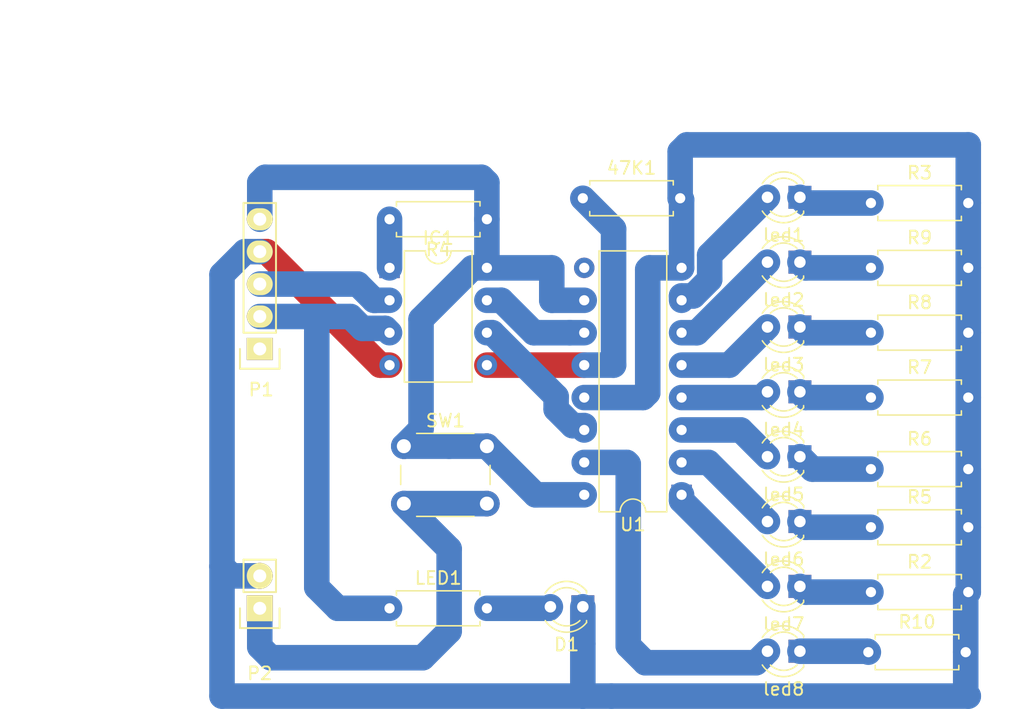
<source format=kicad_pcb>
(kicad_pcb (version 20171130) (host pcbnew 5.0.2-bee76a0~70~ubuntu16.04.1)

  (general
    (thickness 1.6)
    (drawings 2)
    (tracks 128)
    (zones 0)
    (modules 25)
    (nets 27)
  )

  (page A4)
  (layers
    (0 F.Cu signal)
    (31 B.Cu signal)
    (32 B.Adhes user)
    (33 F.Adhes user)
    (34 B.Paste user)
    (35 F.Paste user)
    (36 B.SilkS user)
    (37 F.SilkS user)
    (38 B.Mask user)
    (39 F.Mask user)
    (40 Dwgs.User user)
    (41 Cmts.User user)
    (42 Eco1.User user)
    (43 Eco2.User user)
    (44 Edge.Cuts user)
    (45 Margin user)
    (46 B.CrtYd user)
    (47 F.CrtYd user)
    (48 B.Fab user)
    (49 F.Fab user)
  )

  (setup
    (last_trace_width 2)
    (trace_clearance 0.2)
    (zone_clearance 0.508)
    (zone_45_only no)
    (trace_min 0.2)
    (segment_width 0.2)
    (edge_width 0.15)
    (via_size 0.6)
    (via_drill 0.4)
    (via_min_size 0.4)
    (via_min_drill 0.3)
    (uvia_size 0.3)
    (uvia_drill 0.1)
    (uvias_allowed no)
    (uvia_min_size 0.2)
    (uvia_min_drill 0.1)
    (pcb_text_width 0.3)
    (pcb_text_size 1.5 1.5)
    (mod_edge_width 0.15)
    (mod_text_size 1 1)
    (mod_text_width 0.15)
    (pad_size 1.524 1.524)
    (pad_drill 0.762)
    (pad_to_mask_clearance 0.2)
    (solder_mask_min_width 0.25)
    (aux_axis_origin 0 0)
    (visible_elements FFF8FF7F)
    (pcbplotparams
      (layerselection 0x00030_80000001)
      (usegerberextensions false)
      (usegerberattributes false)
      (usegerberadvancedattributes false)
      (creategerberjobfile false)
      (excludeedgelayer true)
      (linewidth 0.100000)
      (plotframeref false)
      (viasonmask false)
      (mode 1)
      (useauxorigin false)
      (hpglpennumber 1)
      (hpglpenspeed 20)
      (hpglpendiameter 15.000000)
      (psnegative false)
      (psa4output false)
      (plotreference true)
      (plotvalue true)
      (plotinvisibletext false)
      (padsonsilk false)
      (subtractmaskfromsilk false)
      (outputformat 1)
      (mirror false)
      (drillshape 1)
      (scaleselection 1)
      (outputdirectory ""))
  )

  (net 0 "")
  (net 1 GND)
  (net 2 BTTX)
  (net 3 BTRX)
  (net 4 VCC)
  (net 5 "Net-(D1-Pad2)")
  (net 6 "Net-(IC1-Pad1)")
  (net 7 "Net-(P2-Pad1)")
  (net 8 Clock)
  (net 9 Latch)
  (net 10 Data)
  (net 11 "Net-(R2-Pad1)")
  (net 12 "Net-(R3-Pad1)")
  (net 13 "Net-(R5-Pad1)")
  (net 14 "Net-(R6-Pad1)")
  (net 15 "Net-(R7-Pad1)")
  (net 16 "Net-(R8-Pad1)")
  (net 17 "Net-(R9-Pad1)")
  (net 18 "Net-(U1-Pad7)")
  (net 19 "Net-(U1-Pad6)")
  (net 20 "Net-(U1-Pad5)")
  (net 21 "Net-(U1-Pad4)")
  (net 22 "Net-(U1-Pad3)")
  (net 23 "Net-(U1-Pad2)")
  (net 24 "Net-(U1-Pad1)")
  (net 25 "Net-(U1-Pad15)")
  (net 26 "Net-(R10-Pad1)")

  (net_class Default "This is the default net class."
    (clearance 0.2)
    (trace_width 2)
    (via_dia 0.6)
    (via_drill 0.4)
    (uvia_dia 0.3)
    (uvia_drill 0.1)
    (add_net BTRX)
    (add_net BTTX)
    (add_net Clock)
    (add_net Data)
    (add_net GND)
    (add_net Latch)
    (add_net "Net-(D1-Pad2)")
    (add_net "Net-(IC1-Pad1)")
    (add_net "Net-(P2-Pad1)")
    (add_net "Net-(R10-Pad1)")
    (add_net "Net-(R2-Pad1)")
    (add_net "Net-(R3-Pad1)")
    (add_net "Net-(R5-Pad1)")
    (add_net "Net-(R6-Pad1)")
    (add_net "Net-(R7-Pad1)")
    (add_net "Net-(R8-Pad1)")
    (add_net "Net-(R9-Pad1)")
    (add_net "Net-(U1-Pad1)")
    (add_net "Net-(U1-Pad15)")
    (add_net "Net-(U1-Pad2)")
    (add_net "Net-(U1-Pad3)")
    (add_net "Net-(U1-Pad4)")
    (add_net "Net-(U1-Pad5)")
    (add_net "Net-(U1-Pad6)")
    (add_net "Net-(U1-Pad7)")
    (add_net VCC)
  )

  (module Package_DIP:DIP-16_W7.62mm (layer F.Cu) (tedit 5A02E8C5) (tstamp 5C7BBF09)
    (at 165.717514 96.893479 180)
    (descr "16-lead though-hole mounted DIP package, row spacing 7.62 mm (300 mils)")
    (tags "THT DIP DIL PDIP 2.54mm 7.62mm 300mil")
    (path /5C69BA27)
    (fp_text reference U1 (at 3.81 -2.33 180) (layer F.SilkS)
      (effects (font (size 1 1) (thickness 0.15)))
    )
    (fp_text value 74HC595 (at 3.81 20.11 180) (layer F.Fab)
      (effects (font (size 1 1) (thickness 0.15)))
    )
    (fp_arc (start 3.81 -1.33) (end 2.81 -1.33) (angle -180) (layer F.SilkS) (width 0.12))
    (fp_line (start 1.635 -1.27) (end 6.985 -1.27) (layer F.Fab) (width 0.1))
    (fp_line (start 6.985 -1.27) (end 6.985 19.05) (layer F.Fab) (width 0.1))
    (fp_line (start 6.985 19.05) (end 0.635 19.05) (layer F.Fab) (width 0.1))
    (fp_line (start 0.635 19.05) (end 0.635 -0.27) (layer F.Fab) (width 0.1))
    (fp_line (start 0.635 -0.27) (end 1.635 -1.27) (layer F.Fab) (width 0.1))
    (fp_line (start 2.81 -1.33) (end 1.16 -1.33) (layer F.SilkS) (width 0.12))
    (fp_line (start 1.16 -1.33) (end 1.16 19.11) (layer F.SilkS) (width 0.12))
    (fp_line (start 1.16 19.11) (end 6.46 19.11) (layer F.SilkS) (width 0.12))
    (fp_line (start 6.46 19.11) (end 6.46 -1.33) (layer F.SilkS) (width 0.12))
    (fp_line (start 6.46 -1.33) (end 4.81 -1.33) (layer F.SilkS) (width 0.12))
    (fp_line (start -1.1 -1.55) (end -1.1 19.3) (layer F.CrtYd) (width 0.05))
    (fp_line (start -1.1 19.3) (end 8.7 19.3) (layer F.CrtYd) (width 0.05))
    (fp_line (start 8.7 19.3) (end 8.7 -1.55) (layer F.CrtYd) (width 0.05))
    (fp_line (start 8.7 -1.55) (end -1.1 -1.55) (layer F.CrtYd) (width 0.05))
    (fp_text user %R (at 3.81 8.89 180) (layer F.Fab)
      (effects (font (size 1 1) (thickness 0.15)))
    )
    (pad 1 thru_hole rect (at 0 0 180) (size 1.6 1.6) (drill 0.8) (layers *.Cu *.Mask)
      (net 24 "Net-(U1-Pad1)"))
    (pad 9 thru_hole oval (at 7.62 17.78 180) (size 1.6 1.6) (drill 0.8) (layers *.Cu *.Mask))
    (pad 2 thru_hole oval (at 0 2.54 180) (size 1.6 1.6) (drill 0.8) (layers *.Cu *.Mask)
      (net 23 "Net-(U1-Pad2)"))
    (pad 10 thru_hole oval (at 7.62 15.24 180) (size 1.6 1.6) (drill 0.8) (layers *.Cu *.Mask)
      (net 4 VCC))
    (pad 3 thru_hole oval (at 0 5.08 180) (size 1.6 1.6) (drill 0.8) (layers *.Cu *.Mask)
      (net 22 "Net-(U1-Pad3)"))
    (pad 11 thru_hole oval (at 7.62 12.7 180) (size 1.6 1.6) (drill 0.8) (layers *.Cu *.Mask)
      (net 8 Clock))
    (pad 4 thru_hole oval (at 0 7.62 180) (size 1.6 1.6) (drill 0.8) (layers *.Cu *.Mask)
      (net 21 "Net-(U1-Pad4)"))
    (pad 12 thru_hole oval (at 7.62 10.16 180) (size 1.6 1.6) (drill 0.8) (layers *.Cu *.Mask)
      (net 9 Latch))
    (pad 5 thru_hole oval (at 0 10.16 180) (size 1.6 1.6) (drill 0.8) (layers *.Cu *.Mask)
      (net 20 "Net-(U1-Pad5)"))
    (pad 13 thru_hole oval (at 7.62 7.62 180) (size 1.6 1.6) (drill 0.8) (layers *.Cu *.Mask)
      (net 1 GND))
    (pad 6 thru_hole oval (at 0 12.7 180) (size 1.6 1.6) (drill 0.8) (layers *.Cu *.Mask)
      (net 19 "Net-(U1-Pad6)"))
    (pad 14 thru_hole oval (at 7.62 5.08 180) (size 1.6 1.6) (drill 0.8) (layers *.Cu *.Mask)
      (net 10 Data))
    (pad 7 thru_hole oval (at 0 15.24 180) (size 1.6 1.6) (drill 0.8) (layers *.Cu *.Mask)
      (net 18 "Net-(U1-Pad7)"))
    (pad 15 thru_hole oval (at 7.62 2.54 180) (size 1.6 1.6) (drill 0.8) (layers *.Cu *.Mask)
      (net 25 "Net-(U1-Pad15)"))
    (pad 8 thru_hole oval (at 0 17.78 180) (size 1.6 1.6) (drill 0.8) (layers *.Cu *.Mask)
      (net 1 GND))
    (pad 16 thru_hole oval (at 7.62 0 180) (size 1.6 1.6) (drill 0.8) (layers *.Cu *.Mask)
      (net 4 VCC))
    (model ${KISYS3DMOD}/Package_DIP.3dshapes/DIP-16_W7.62mm.wrl
      (at (xyz 0 0 0))
      (scale (xyz 1 1 1))
      (rotate (xyz 0 0 0))
    )
  )

  (module Resistor_THT:R_Axial_DIN0207_L6.3mm_D2.5mm_P7.62mm_Horizontal (layer F.Cu) (tedit 5AE5139B) (tstamp 5C7F0D40)
    (at 157.988 73.66)
    (descr "Resistor, Axial_DIN0207 series, Axial, Horizontal, pin pitch=7.62mm, 0.25W = 1/4W, length*diameter=6.3*2.5mm^2, http://cdn-reichelt.de/documents/datenblatt/B400/1_4W%23YAG.pdf")
    (tags "Resistor Axial_DIN0207 series Axial Horizontal pin pitch 7.62mm 0.25W = 1/4W length 6.3mm diameter 2.5mm")
    (path /5C729F91)
    (fp_text reference 47K1 (at 3.81 -2.37) (layer F.SilkS)
      (effects (font (size 1 1) (thickness 0.15)))
    )
    (fp_text value 47K (at 3.81 2.37) (layer F.Fab)
      (effects (font (size 1 1) (thickness 0.15)))
    )
    (fp_line (start 0.66 -1.25) (end 0.66 1.25) (layer F.Fab) (width 0.1))
    (fp_line (start 0.66 1.25) (end 6.96 1.25) (layer F.Fab) (width 0.1))
    (fp_line (start 6.96 1.25) (end 6.96 -1.25) (layer F.Fab) (width 0.1))
    (fp_line (start 6.96 -1.25) (end 0.66 -1.25) (layer F.Fab) (width 0.1))
    (fp_line (start 0 0) (end 0.66 0) (layer F.Fab) (width 0.1))
    (fp_line (start 7.62 0) (end 6.96 0) (layer F.Fab) (width 0.1))
    (fp_line (start 0.54 -1.04) (end 0.54 -1.37) (layer F.SilkS) (width 0.12))
    (fp_line (start 0.54 -1.37) (end 7.08 -1.37) (layer F.SilkS) (width 0.12))
    (fp_line (start 7.08 -1.37) (end 7.08 -1.04) (layer F.SilkS) (width 0.12))
    (fp_line (start 0.54 1.04) (end 0.54 1.37) (layer F.SilkS) (width 0.12))
    (fp_line (start 0.54 1.37) (end 7.08 1.37) (layer F.SilkS) (width 0.12))
    (fp_line (start 7.08 1.37) (end 7.08 1.04) (layer F.SilkS) (width 0.12))
    (fp_line (start -1.05 -1.5) (end -1.05 1.5) (layer F.CrtYd) (width 0.05))
    (fp_line (start -1.05 1.5) (end 8.67 1.5) (layer F.CrtYd) (width 0.05))
    (fp_line (start 8.67 1.5) (end 8.67 -1.5) (layer F.CrtYd) (width 0.05))
    (fp_line (start 8.67 -1.5) (end -1.05 -1.5) (layer F.CrtYd) (width 0.05))
    (fp_text user %R (at 3.81 0) (layer F.Fab)
      (effects (font (size 1 1) (thickness 0.15)))
    )
    (pad 1 thru_hole circle (at 0 0) (size 1.6 1.6) (drill 0.8) (layers *.Cu *.Mask)
      (net 9 Latch))
    (pad 2 thru_hole oval (at 7.62 0) (size 1.6 1.6) (drill 0.8) (layers *.Cu *.Mask)
      (net 1 GND))
    (model ${KISYS3DMOD}/Resistor_THT.3dshapes/R_Axial_DIN0207_L6.3mm_D2.5mm_P7.62mm_Horizontal.wrl
      (at (xyz 0 0 0))
      (scale (xyz 1 1 1))
      (rotate (xyz 0 0 0))
    )
  )

  (module Package_DIP:DIP-8_W7.62mm (layer F.Cu) (tedit 5A02E8C5) (tstamp 5C73EEA1)
    (at 142.857514 79.113479)
    (descr "8-lead though-hole mounted DIP package, row spacing 7.62 mm (300 mils)")
    (tags "THT DIP DIL PDIP 2.54mm 7.62mm 300mil")
    (path /5C4C6669)
    (fp_text reference IC1 (at 3.81 -2.33) (layer F.SilkS)
      (effects (font (size 1 1) (thickness 0.15)))
    )
    (fp_text value ATTINY85-P (at 3.81 9.95) (layer F.Fab)
      (effects (font (size 1 1) (thickness 0.15)))
    )
    (fp_arc (start 3.81 -1.33) (end 2.81 -1.33) (angle -180) (layer F.SilkS) (width 0.12))
    (fp_line (start 1.635 -1.27) (end 6.985 -1.27) (layer F.Fab) (width 0.1))
    (fp_line (start 6.985 -1.27) (end 6.985 8.89) (layer F.Fab) (width 0.1))
    (fp_line (start 6.985 8.89) (end 0.635 8.89) (layer F.Fab) (width 0.1))
    (fp_line (start 0.635 8.89) (end 0.635 -0.27) (layer F.Fab) (width 0.1))
    (fp_line (start 0.635 -0.27) (end 1.635 -1.27) (layer F.Fab) (width 0.1))
    (fp_line (start 2.81 -1.33) (end 1.16 -1.33) (layer F.SilkS) (width 0.12))
    (fp_line (start 1.16 -1.33) (end 1.16 8.95) (layer F.SilkS) (width 0.12))
    (fp_line (start 1.16 8.95) (end 6.46 8.95) (layer F.SilkS) (width 0.12))
    (fp_line (start 6.46 8.95) (end 6.46 -1.33) (layer F.SilkS) (width 0.12))
    (fp_line (start 6.46 -1.33) (end 4.81 -1.33) (layer F.SilkS) (width 0.12))
    (fp_line (start -1.1 -1.55) (end -1.1 9.15) (layer F.CrtYd) (width 0.05))
    (fp_line (start -1.1 9.15) (end 8.7 9.15) (layer F.CrtYd) (width 0.05))
    (fp_line (start 8.7 9.15) (end 8.7 -1.55) (layer F.CrtYd) (width 0.05))
    (fp_line (start 8.7 -1.55) (end -1.1 -1.55) (layer F.CrtYd) (width 0.05))
    (fp_text user %R (at 3.81 3.81) (layer F.Fab)
      (effects (font (size 1 1) (thickness 0.15)))
    )
    (pad 1 thru_hole rect (at 0 0) (size 1.6 1.6) (drill 0.8) (layers *.Cu *.Mask)
      (net 6 "Net-(IC1-Pad1)"))
    (pad 5 thru_hole oval (at 7.62 7.62) (size 1.6 1.6) (drill 0.8) (layers *.Cu *.Mask)
      (net 9 Latch))
    (pad 2 thru_hole oval (at 0 2.54) (size 1.6 1.6) (drill 0.8) (layers *.Cu *.Mask)
      (net 2 BTTX))
    (pad 6 thru_hole oval (at 7.62 5.08) (size 1.6 1.6) (drill 0.8) (layers *.Cu *.Mask)
      (net 10 Data))
    (pad 3 thru_hole oval (at 0 5.08) (size 1.6 1.6) (drill 0.8) (layers *.Cu *.Mask)
      (net 3 BTRX))
    (pad 7 thru_hole oval (at 7.62 2.54) (size 1.6 1.6) (drill 0.8) (layers *.Cu *.Mask)
      (net 8 Clock))
    (pad 4 thru_hole oval (at 0 7.62) (size 1.6 1.6) (drill 0.8) (layers *.Cu *.Mask)
      (net 1 GND))
    (pad 8 thru_hole oval (at 7.62 0) (size 1.6 1.6) (drill 0.8) (layers *.Cu *.Mask)
      (net 4 VCC))
    (model ${KISYS3DMOD}/Package_DIP.3dshapes/DIP-8_W7.62mm.wrl
      (at (xyz 0 0 0))
      (scale (xyz 1 1 1))
      (rotate (xyz 0 0 0))
    )
  )

  (module Pin_Headers:Pin_Header_Straight_1x02 (layer F.Cu) (tedit 54EA090C) (tstamp 5C4C8986)
    (at 132.697514 105.783479 180)
    (descr "Through hole pin header")
    (tags "pin header")
    (path /5C4C88C2)
    (fp_text reference P2 (at 0 -5.1 180) (layer F.SilkS)
      (effects (font (size 1 1) (thickness 0.15)))
    )
    (fp_text value CONN_01X02 (at 0 -3.1 180) (layer F.Fab)
      (effects (font (size 1 1) (thickness 0.15)))
    )
    (fp_line (start 1.27 1.27) (end 1.27 3.81) (layer F.SilkS) (width 0.15))
    (fp_line (start 1.55 -1.55) (end 1.55 0) (layer F.SilkS) (width 0.15))
    (fp_line (start -1.75 -1.75) (end -1.75 4.3) (layer F.CrtYd) (width 0.05))
    (fp_line (start 1.75 -1.75) (end 1.75 4.3) (layer F.CrtYd) (width 0.05))
    (fp_line (start -1.75 -1.75) (end 1.75 -1.75) (layer F.CrtYd) (width 0.05))
    (fp_line (start -1.75 4.3) (end 1.75 4.3) (layer F.CrtYd) (width 0.05))
    (fp_line (start 1.27 1.27) (end -1.27 1.27) (layer F.SilkS) (width 0.15))
    (fp_line (start -1.55 0) (end -1.55 -1.55) (layer F.SilkS) (width 0.15))
    (fp_line (start -1.55 -1.55) (end 1.55 -1.55) (layer F.SilkS) (width 0.15))
    (fp_line (start -1.27 1.27) (end -1.27 3.81) (layer F.SilkS) (width 0.15))
    (fp_line (start -1.27 3.81) (end 1.27 3.81) (layer F.SilkS) (width 0.15))
    (pad 1 thru_hole rect (at 0 0 180) (size 2.032 2.032) (drill 1.016) (layers *.Cu *.Mask F.SilkS)
      (net 7 "Net-(P2-Pad1)"))
    (pad 2 thru_hole oval (at 0 2.54 180) (size 2.032 2.032) (drill 1.016) (layers *.Cu *.Mask F.SilkS)
      (net 1 GND))
    (model Pin_Headers.3dshapes/Pin_Header_Straight_1x02.wrl
      (offset (xyz 0 -1.269999980926514 0))
      (scale (xyz 1 1 1))
      (rotate (xyz 0 0 90))
    )
  )

  (module Button_Switch_THT:SW_PUSH_6mm_H4.3mm (layer F.Cu) (tedit 5C673B23) (tstamp 5C73C1AC)
    (at 143.977514 93.083479)
    (descr "tactile push button, 6x6mm e.g. PHAP33xx series, height=4.3mm")
    (tags "tact sw push 6mm")
    (path /5C67CB22)
    (fp_text reference SW1 (at 3.25 -2) (layer F.SilkS)
      (effects (font (size 1 1) (thickness 0.15)))
    )
    (fp_text value SW_Push (at 3.75 6.7) (layer F.Fab)
      (effects (font (size 1 1) (thickness 0.15)))
    )
    (fp_text user %R (at 3.25 2.25) (layer F.Fab)
      (effects (font (size 1 1) (thickness 0.15)))
    )
    (fp_line (start 3.25 -0.75) (end 6.25 -0.75) (layer F.Fab) (width 0.1))
    (fp_line (start 6.25 -0.75) (end 6.25 5.25) (layer F.Fab) (width 0.1))
    (fp_line (start 6.25 5.25) (end 0.25 5.25) (layer F.Fab) (width 0.1))
    (fp_line (start 0.25 5.25) (end 0.25 -0.75) (layer F.Fab) (width 0.1))
    (fp_line (start 0.25 -0.75) (end 3.25 -0.75) (layer F.Fab) (width 0.1))
    (fp_line (start 7.75 6) (end 8 6) (layer F.CrtYd) (width 0.05))
    (fp_line (start 8 6) (end 8 5.75) (layer F.CrtYd) (width 0.05))
    (fp_line (start 7.75 -1.5) (end 8 -1.5) (layer F.CrtYd) (width 0.05))
    (fp_line (start 8 -1.5) (end 8 -1.25) (layer F.CrtYd) (width 0.05))
    (fp_line (start -1.5 -1.25) (end -1.5 -1.5) (layer F.CrtYd) (width 0.05))
    (fp_line (start -1.5 -1.5) (end -1.25 -1.5) (layer F.CrtYd) (width 0.05))
    (fp_line (start -1.5 5.75) (end -1.5 6) (layer F.CrtYd) (width 0.05))
    (fp_line (start -1.5 6) (end -1.25 6) (layer F.CrtYd) (width 0.05))
    (fp_line (start -1.25 -1.5) (end 7.75 -1.5) (layer F.CrtYd) (width 0.05))
    (fp_line (start -1.5 5.75) (end -1.5 -1.25) (layer F.CrtYd) (width 0.05))
    (fp_line (start 7.75 6) (end -1.25 6) (layer F.CrtYd) (width 0.05))
    (fp_line (start 8 -1.25) (end 8 5.75) (layer F.CrtYd) (width 0.05))
    (fp_line (start 1 5.5) (end 5.5 5.5) (layer F.SilkS) (width 0.12))
    (fp_line (start -0.25 1.5) (end -0.25 3) (layer F.SilkS) (width 0.12))
    (fp_line (start 5.5 -1) (end 1 -1) (layer F.SilkS) (width 0.12))
    (fp_line (start 6.75 3) (end 6.75 1.5) (layer F.SilkS) (width 0.12))
    (fp_circle (center 3.25 2.25) (end 1.25 2.5) (layer F.Fab) (width 0.1))
    (pad 2 thru_hole circle (at 0 4.5 90) (size 2 2) (drill 1.1) (layers *.Cu *.Mask)
      (net 7 "Net-(P2-Pad1)"))
    (pad 1 thru_hole circle (at 0 0 90) (size 2 2) (drill 1.1) (layers *.Cu *.Mask)
      (net 4 VCC))
    (pad 2 thru_hole circle (at 6.5 4.5 90) (size 2 2) (drill 1.1) (layers *.Cu *.Mask)
      (net 7 "Net-(P2-Pad1)"))
    (pad 1 thru_hole circle (at 6.5 0 90) (size 2 2) (drill 1.1) (layers *.Cu *.Mask)
      (net 4 VCC))
    (model ${KISYS3DMOD}/Button_Switch_THT.3dshapes/SW_PUSH_6mm_H4.3mm.wrl
      (at (xyz 0 0 0))
      (scale (xyz 1 1 1))
      (rotate (xyz 0 0 0))
    )
  )

  (module Socket_Strips:Socket_Strip_Straight_1x05 (layer F.Cu) (tedit 5C4C86F6) (tstamp 5C4C7140)
    (at 132.697514 85.463479 90)
    (descr "Through hole socket strip")
    (tags "socket strip")
    (path /5C4C6D38)
    (fp_text reference P1 (at -3.19 0.11 -180) (layer F.SilkS)
      (effects (font (size 1 1) (thickness 0.15)))
    )
    (fp_text value CONN_01X05 (at 0 -3.1 90) (layer F.Fab)
      (effects (font (size 1 1) (thickness 0.15)))
    )
    (fp_line (start -1.75 -1.75) (end -1.75 1.75) (layer F.CrtYd) (width 0.05))
    (fp_line (start 11.95 -1.75) (end 11.95 1.75) (layer F.CrtYd) (width 0.05))
    (fp_line (start -1.75 -1.75) (end 11.95 -1.75) (layer F.CrtYd) (width 0.05))
    (fp_line (start -1.75 1.75) (end 11.95 1.75) (layer F.CrtYd) (width 0.05))
    (fp_line (start 1.27 1.27) (end 11.43 1.27) (layer F.SilkS) (width 0.15))
    (fp_line (start 11.43 1.27) (end 11.43 -1.27) (layer F.SilkS) (width 0.15))
    (fp_line (start 11.43 -1.27) (end 1.27 -1.27) (layer F.SilkS) (width 0.15))
    (fp_line (start -1.55 1.55) (end 0 1.55) (layer F.SilkS) (width 0.15))
    (fp_line (start 1.27 1.27) (end 1.27 -1.27) (layer F.SilkS) (width 0.15))
    (fp_line (start 0 -1.55) (end -1.55 -1.55) (layer F.SilkS) (width 0.15))
    (fp_line (start -1.55 -1.55) (end -1.55 1.55) (layer F.SilkS) (width 0.15))
    (pad 1 thru_hole rect (at 0 0 90) (size 1.7272 2.032) (drill 1.016) (layers *.Cu *.Mask F.SilkS))
    (pad 2 thru_hole oval (at 2.54 0 90) (size 1.7272 2.032) (drill 1.016) (layers *.Cu *.Mask F.SilkS)
      (net 3 BTRX))
    (pad 3 thru_hole oval (at 5.08 0 90) (size 1.7272 2.032) (drill 1.016) (layers *.Cu *.Mask F.SilkS)
      (net 2 BTTX))
    (pad 4 thru_hole oval (at 7.62 0 90) (size 1.7272 2.032) (drill 1.016) (layers *.Cu *.Mask F.SilkS)
      (net 1 GND))
    (pad 5 thru_hole oval (at 10.16 0 90) (size 1.7272 2.032) (drill 1.016) (layers *.Cu *.Mask F.SilkS)
      (net 4 VCC))
    (model Socket_Strips.3dshapes/Socket_Strip_Straight_1x05.wrl
      (offset (xyz 5.079999923706055 0 0))
      (scale (xyz 1 1 1))
      (rotate (xyz 0 0 180))
    )
  )

  (module LED_THT:LED_D3.0mm (layer F.Cu) (tedit 587A3A7B) (tstamp 5C7BB721)
    (at 157.988 105.664 180)
    (descr "LED, diameter 3.0mm, 2 pins")
    (tags "LED diameter 3.0mm 2 pins")
    (path /5C6F1BF4)
    (fp_text reference D1 (at 1.27 -2.96 180) (layer F.SilkS)
      (effects (font (size 1 1) (thickness 0.15)))
    )
    (fp_text value LED_Small (at 1.27 2.96 180) (layer F.Fab)
      (effects (font (size 1 1) (thickness 0.15)))
    )
    (fp_arc (start 1.27 0) (end -0.23 -1.16619) (angle 284.3) (layer F.Fab) (width 0.1))
    (fp_arc (start 1.27 0) (end -0.29 -1.235516) (angle 108.8) (layer F.SilkS) (width 0.12))
    (fp_arc (start 1.27 0) (end -0.29 1.235516) (angle -108.8) (layer F.SilkS) (width 0.12))
    (fp_arc (start 1.27 0) (end 0.229039 -1.08) (angle 87.9) (layer F.SilkS) (width 0.12))
    (fp_arc (start 1.27 0) (end 0.229039 1.08) (angle -87.9) (layer F.SilkS) (width 0.12))
    (fp_circle (center 1.27 0) (end 2.77 0) (layer F.Fab) (width 0.1))
    (fp_line (start -0.23 -1.16619) (end -0.23 1.16619) (layer F.Fab) (width 0.1))
    (fp_line (start -0.29 -1.236) (end -0.29 -1.08) (layer F.SilkS) (width 0.12))
    (fp_line (start -0.29 1.08) (end -0.29 1.236) (layer F.SilkS) (width 0.12))
    (fp_line (start -1.15 -2.25) (end -1.15 2.25) (layer F.CrtYd) (width 0.05))
    (fp_line (start -1.15 2.25) (end 3.7 2.25) (layer F.CrtYd) (width 0.05))
    (fp_line (start 3.7 2.25) (end 3.7 -2.25) (layer F.CrtYd) (width 0.05))
    (fp_line (start 3.7 -2.25) (end -1.15 -2.25) (layer F.CrtYd) (width 0.05))
    (pad 1 thru_hole rect (at 0 0 180) (size 1.8 1.8) (drill 0.9) (layers *.Cu *.Mask)
      (net 1 GND))
    (pad 2 thru_hole circle (at 2.54 0 180) (size 1.8 1.8) (drill 0.9) (layers *.Cu *.Mask)
      (net 5 "Net-(D1-Pad2)"))
    (model ${KISYS3DMOD}/LED_THT.3dshapes/LED_D3.0mm.wrl
      (at (xyz 0 0 0))
      (scale (xyz 1 1 1))
      (rotate (xyz 0 0 0))
    )
  )

  (module Resistor_THT:R_Axial_DIN0207_L6.3mm_D2.5mm_P7.62mm_Horizontal (layer F.Cu) (tedit 5AE5139B) (tstamp 5C7BB845)
    (at 142.857514 105.783479)
    (descr "Resistor, Axial_DIN0207 series, Axial, Horizontal, pin pitch=7.62mm, 0.25W = 1/4W, length*diameter=6.3*2.5mm^2, http://cdn-reichelt.de/documents/datenblatt/B400/1_4W%23YAG.pdf")
    (tags "Resistor Axial_DIN0207 series Axial Horizontal pin pitch 7.62mm 0.25W = 1/4W length 6.3mm diameter 2.5mm")
    (path /5C6F19DC)
    (fp_text reference LED1 (at 3.81 -2.37) (layer F.SilkS)
      (effects (font (size 1 1) (thickness 0.15)))
    )
    (fp_text value 470 (at 3.81 2.37) (layer F.Fab)
      (effects (font (size 1 1) (thickness 0.15)))
    )
    (fp_line (start 0.66 -1.25) (end 0.66 1.25) (layer F.Fab) (width 0.1))
    (fp_line (start 0.66 1.25) (end 6.96 1.25) (layer F.Fab) (width 0.1))
    (fp_line (start 6.96 1.25) (end 6.96 -1.25) (layer F.Fab) (width 0.1))
    (fp_line (start 6.96 -1.25) (end 0.66 -1.25) (layer F.Fab) (width 0.1))
    (fp_line (start 0 0) (end 0.66 0) (layer F.Fab) (width 0.1))
    (fp_line (start 7.62 0) (end 6.96 0) (layer F.Fab) (width 0.1))
    (fp_line (start 0.54 -1.04) (end 0.54 -1.37) (layer F.SilkS) (width 0.12))
    (fp_line (start 0.54 -1.37) (end 7.08 -1.37) (layer F.SilkS) (width 0.12))
    (fp_line (start 7.08 -1.37) (end 7.08 -1.04) (layer F.SilkS) (width 0.12))
    (fp_line (start 0.54 1.04) (end 0.54 1.37) (layer F.SilkS) (width 0.12))
    (fp_line (start 0.54 1.37) (end 7.08 1.37) (layer F.SilkS) (width 0.12))
    (fp_line (start 7.08 1.37) (end 7.08 1.04) (layer F.SilkS) (width 0.12))
    (fp_line (start -1.05 -1.5) (end -1.05 1.5) (layer F.CrtYd) (width 0.05))
    (fp_line (start -1.05 1.5) (end 8.67 1.5) (layer F.CrtYd) (width 0.05))
    (fp_line (start 8.67 1.5) (end 8.67 -1.5) (layer F.CrtYd) (width 0.05))
    (fp_line (start 8.67 -1.5) (end -1.05 -1.5) (layer F.CrtYd) (width 0.05))
    (fp_text user %R (at 3.81 0) (layer F.Fab)
      (effects (font (size 1 1) (thickness 0.15)))
    )
    (pad 1 thru_hole circle (at 0 0) (size 1.6 1.6) (drill 0.8) (layers *.Cu *.Mask)
      (net 3 BTRX))
    (pad 2 thru_hole oval (at 7.62 0) (size 1.6 1.6) (drill 0.8) (layers *.Cu *.Mask)
      (net 5 "Net-(D1-Pad2)"))
    (model ${KISYS3DMOD}/Resistor_THT.3dshapes/R_Axial_DIN0207_L6.3mm_D2.5mm_P7.62mm_Horizontal.wrl
      (at (xyz 0 0 0))
      (scale (xyz 1 1 1))
      (rotate (xyz 0 0 0))
    )
  )

  (module Resistor_THT:R_Axial_DIN0207_L6.3mm_D2.5mm_P7.62mm_Horizontal (layer F.Cu) (tedit 5AE5139B) (tstamp 5C7BDA53)
    (at 180.542084 104.513479)
    (descr "Resistor, Axial_DIN0207 series, Axial, Horizontal, pin pitch=7.62mm, 0.25W = 1/4W, length*diameter=6.3*2.5mm^2, http://cdn-reichelt.de/documents/datenblatt/B400/1_4W%23YAG.pdf")
    (tags "Resistor Axial_DIN0207 series Axial Horizontal pin pitch 7.62mm 0.25W = 1/4W length 6.3mm diameter 2.5mm")
    (path /5C6A8C01)
    (fp_text reference R2 (at 3.81 -2.37) (layer F.SilkS)
      (effects (font (size 1 1) (thickness 0.15)))
    )
    (fp_text value R (at 3.81 2.37) (layer F.Fab)
      (effects (font (size 1 1) (thickness 0.15)))
    )
    (fp_text user %R (at 3.81 0) (layer F.Fab)
      (effects (font (size 1 1) (thickness 0.15)))
    )
    (fp_line (start 8.67 -1.5) (end -1.05 -1.5) (layer F.CrtYd) (width 0.05))
    (fp_line (start 8.67 1.5) (end 8.67 -1.5) (layer F.CrtYd) (width 0.05))
    (fp_line (start -1.05 1.5) (end 8.67 1.5) (layer F.CrtYd) (width 0.05))
    (fp_line (start -1.05 -1.5) (end -1.05 1.5) (layer F.CrtYd) (width 0.05))
    (fp_line (start 7.08 1.37) (end 7.08 1.04) (layer F.SilkS) (width 0.12))
    (fp_line (start 0.54 1.37) (end 7.08 1.37) (layer F.SilkS) (width 0.12))
    (fp_line (start 0.54 1.04) (end 0.54 1.37) (layer F.SilkS) (width 0.12))
    (fp_line (start 7.08 -1.37) (end 7.08 -1.04) (layer F.SilkS) (width 0.12))
    (fp_line (start 0.54 -1.37) (end 7.08 -1.37) (layer F.SilkS) (width 0.12))
    (fp_line (start 0.54 -1.04) (end 0.54 -1.37) (layer F.SilkS) (width 0.12))
    (fp_line (start 7.62 0) (end 6.96 0) (layer F.Fab) (width 0.1))
    (fp_line (start 0 0) (end 0.66 0) (layer F.Fab) (width 0.1))
    (fp_line (start 6.96 -1.25) (end 0.66 -1.25) (layer F.Fab) (width 0.1))
    (fp_line (start 6.96 1.25) (end 6.96 -1.25) (layer F.Fab) (width 0.1))
    (fp_line (start 0.66 1.25) (end 6.96 1.25) (layer F.Fab) (width 0.1))
    (fp_line (start 0.66 -1.25) (end 0.66 1.25) (layer F.Fab) (width 0.1))
    (pad 2 thru_hole oval (at 7.62 0) (size 1.6 1.6) (drill 0.8) (layers *.Cu *.Mask)
      (net 1 GND))
    (pad 1 thru_hole circle (at 0 0) (size 1.6 1.6) (drill 0.8) (layers *.Cu *.Mask)
      (net 11 "Net-(R2-Pad1)"))
    (model ${KISYS3DMOD}/Resistor_THT.3dshapes/R_Axial_DIN0207_L6.3mm_D2.5mm_P7.62mm_Horizontal.wrl
      (at (xyz 0 0 0))
      (scale (xyz 1 1 1))
      (rotate (xyz 0 0 0))
    )
  )

  (module Resistor_THT:R_Axial_DIN0207_L6.3mm_D2.5mm_P7.62mm_Horizontal (layer F.Cu) (tedit 5AE5139B) (tstamp 5C7BDA69)
    (at 180.542084 74.033479)
    (descr "Resistor, Axial_DIN0207 series, Axial, Horizontal, pin pitch=7.62mm, 0.25W = 1/4W, length*diameter=6.3*2.5mm^2, http://cdn-reichelt.de/documents/datenblatt/B400/1_4W%23YAG.pdf")
    (tags "Resistor Axial_DIN0207 series Axial Horizontal pin pitch 7.62mm 0.25W = 1/4W length 6.3mm diameter 2.5mm")
    (path /5C676D4A)
    (fp_text reference R3 (at 3.81 -2.37) (layer F.SilkS)
      (effects (font (size 1 1) (thickness 0.15)))
    )
    (fp_text value R (at 3.81 2.37) (layer F.Fab)
      (effects (font (size 1 1) (thickness 0.15)))
    )
    (fp_line (start 0.66 -1.25) (end 0.66 1.25) (layer F.Fab) (width 0.1))
    (fp_line (start 0.66 1.25) (end 6.96 1.25) (layer F.Fab) (width 0.1))
    (fp_line (start 6.96 1.25) (end 6.96 -1.25) (layer F.Fab) (width 0.1))
    (fp_line (start 6.96 -1.25) (end 0.66 -1.25) (layer F.Fab) (width 0.1))
    (fp_line (start 0 0) (end 0.66 0) (layer F.Fab) (width 0.1))
    (fp_line (start 7.62 0) (end 6.96 0) (layer F.Fab) (width 0.1))
    (fp_line (start 0.54 -1.04) (end 0.54 -1.37) (layer F.SilkS) (width 0.12))
    (fp_line (start 0.54 -1.37) (end 7.08 -1.37) (layer F.SilkS) (width 0.12))
    (fp_line (start 7.08 -1.37) (end 7.08 -1.04) (layer F.SilkS) (width 0.12))
    (fp_line (start 0.54 1.04) (end 0.54 1.37) (layer F.SilkS) (width 0.12))
    (fp_line (start 0.54 1.37) (end 7.08 1.37) (layer F.SilkS) (width 0.12))
    (fp_line (start 7.08 1.37) (end 7.08 1.04) (layer F.SilkS) (width 0.12))
    (fp_line (start -1.05 -1.5) (end -1.05 1.5) (layer F.CrtYd) (width 0.05))
    (fp_line (start -1.05 1.5) (end 8.67 1.5) (layer F.CrtYd) (width 0.05))
    (fp_line (start 8.67 1.5) (end 8.67 -1.5) (layer F.CrtYd) (width 0.05))
    (fp_line (start 8.67 -1.5) (end -1.05 -1.5) (layer F.CrtYd) (width 0.05))
    (fp_text user %R (at 3.81 0) (layer F.Fab)
      (effects (font (size 1 1) (thickness 0.15)))
    )
    (pad 1 thru_hole circle (at 0 0) (size 1.6 1.6) (drill 0.8) (layers *.Cu *.Mask)
      (net 12 "Net-(R3-Pad1)"))
    (pad 2 thru_hole oval (at 7.62 0) (size 1.6 1.6) (drill 0.8) (layers *.Cu *.Mask)
      (net 1 GND))
    (model ${KISYS3DMOD}/Resistor_THT.3dshapes/R_Axial_DIN0207_L6.3mm_D2.5mm_P7.62mm_Horizontal.wrl
      (at (xyz 0 0 0))
      (scale (xyz 1 1 1))
      (rotate (xyz 0 0 0))
    )
  )

  (module Resistor_THT:R_Axial_DIN0207_L6.3mm_D2.5mm_P7.62mm_Horizontal (layer F.Cu) (tedit 5AE5139B) (tstamp 5C7BDA7F)
    (at 150.477514 75.303479 180)
    (descr "Resistor, Axial_DIN0207 series, Axial, Horizontal, pin pitch=7.62mm, 0.25W = 1/4W, length*diameter=6.3*2.5mm^2, http://cdn-reichelt.de/documents/datenblatt/B400/1_4W%23YAG.pdf")
    (tags "Resistor Axial_DIN0207 series Axial Horizontal pin pitch 7.62mm 0.25W = 1/4W length 6.3mm diameter 2.5mm")
    (path /5C67BF4E)
    (fp_text reference R4 (at 3.81 -2.37 180) (layer F.SilkS)
      (effects (font (size 1 1) (thickness 0.15)))
    )
    (fp_text value 10K (at 3.81 2.37 180) (layer F.Fab)
      (effects (font (size 1 1) (thickness 0.15)))
    )
    (fp_text user %R (at 3.81 0 180) (layer F.Fab)
      (effects (font (size 1 1) (thickness 0.15)))
    )
    (fp_line (start 8.67 -1.5) (end -1.05 -1.5) (layer F.CrtYd) (width 0.05))
    (fp_line (start 8.67 1.5) (end 8.67 -1.5) (layer F.CrtYd) (width 0.05))
    (fp_line (start -1.05 1.5) (end 8.67 1.5) (layer F.CrtYd) (width 0.05))
    (fp_line (start -1.05 -1.5) (end -1.05 1.5) (layer F.CrtYd) (width 0.05))
    (fp_line (start 7.08 1.37) (end 7.08 1.04) (layer F.SilkS) (width 0.12))
    (fp_line (start 0.54 1.37) (end 7.08 1.37) (layer F.SilkS) (width 0.12))
    (fp_line (start 0.54 1.04) (end 0.54 1.37) (layer F.SilkS) (width 0.12))
    (fp_line (start 7.08 -1.37) (end 7.08 -1.04) (layer F.SilkS) (width 0.12))
    (fp_line (start 0.54 -1.37) (end 7.08 -1.37) (layer F.SilkS) (width 0.12))
    (fp_line (start 0.54 -1.04) (end 0.54 -1.37) (layer F.SilkS) (width 0.12))
    (fp_line (start 7.62 0) (end 6.96 0) (layer F.Fab) (width 0.1))
    (fp_line (start 0 0) (end 0.66 0) (layer F.Fab) (width 0.1))
    (fp_line (start 6.96 -1.25) (end 0.66 -1.25) (layer F.Fab) (width 0.1))
    (fp_line (start 6.96 1.25) (end 6.96 -1.25) (layer F.Fab) (width 0.1))
    (fp_line (start 0.66 1.25) (end 6.96 1.25) (layer F.Fab) (width 0.1))
    (fp_line (start 0.66 -1.25) (end 0.66 1.25) (layer F.Fab) (width 0.1))
    (pad 2 thru_hole oval (at 7.62 0 180) (size 1.6 1.6) (drill 0.8) (layers *.Cu *.Mask)
      (net 6 "Net-(IC1-Pad1)"))
    (pad 1 thru_hole circle (at 0 0 180) (size 1.6 1.6) (drill 0.8) (layers *.Cu *.Mask)
      (net 4 VCC))
    (model ${KISYS3DMOD}/Resistor_THT.3dshapes/R_Axial_DIN0207_L6.3mm_D2.5mm_P7.62mm_Horizontal.wrl
      (at (xyz 0 0 0))
      (scale (xyz 1 1 1))
      (rotate (xyz 0 0 0))
    )
  )

  (module Resistor_THT:R_Axial_DIN0207_L6.3mm_D2.5mm_P7.62mm_Horizontal (layer F.Cu) (tedit 5AE5139B) (tstamp 5C7BDA95)
    (at 180.542084 99.433479)
    (descr "Resistor, Axial_DIN0207 series, Axial, Horizontal, pin pitch=7.62mm, 0.25W = 1/4W, length*diameter=6.3*2.5mm^2, http://cdn-reichelt.de/documents/datenblatt/B400/1_4W%23YAG.pdf")
    (tags "Resistor Axial_DIN0207 series Axial Horizontal pin pitch 7.62mm 0.25W = 1/4W length 6.3mm diameter 2.5mm")
    (path /5C6A8BF3)
    (fp_text reference R5 (at 3.81 -2.37) (layer F.SilkS)
      (effects (font (size 1 1) (thickness 0.15)))
    )
    (fp_text value R (at 3.81 2.37) (layer F.Fab)
      (effects (font (size 1 1) (thickness 0.15)))
    )
    (fp_line (start 0.66 -1.25) (end 0.66 1.25) (layer F.Fab) (width 0.1))
    (fp_line (start 0.66 1.25) (end 6.96 1.25) (layer F.Fab) (width 0.1))
    (fp_line (start 6.96 1.25) (end 6.96 -1.25) (layer F.Fab) (width 0.1))
    (fp_line (start 6.96 -1.25) (end 0.66 -1.25) (layer F.Fab) (width 0.1))
    (fp_line (start 0 0) (end 0.66 0) (layer F.Fab) (width 0.1))
    (fp_line (start 7.62 0) (end 6.96 0) (layer F.Fab) (width 0.1))
    (fp_line (start 0.54 -1.04) (end 0.54 -1.37) (layer F.SilkS) (width 0.12))
    (fp_line (start 0.54 -1.37) (end 7.08 -1.37) (layer F.SilkS) (width 0.12))
    (fp_line (start 7.08 -1.37) (end 7.08 -1.04) (layer F.SilkS) (width 0.12))
    (fp_line (start 0.54 1.04) (end 0.54 1.37) (layer F.SilkS) (width 0.12))
    (fp_line (start 0.54 1.37) (end 7.08 1.37) (layer F.SilkS) (width 0.12))
    (fp_line (start 7.08 1.37) (end 7.08 1.04) (layer F.SilkS) (width 0.12))
    (fp_line (start -1.05 -1.5) (end -1.05 1.5) (layer F.CrtYd) (width 0.05))
    (fp_line (start -1.05 1.5) (end 8.67 1.5) (layer F.CrtYd) (width 0.05))
    (fp_line (start 8.67 1.5) (end 8.67 -1.5) (layer F.CrtYd) (width 0.05))
    (fp_line (start 8.67 -1.5) (end -1.05 -1.5) (layer F.CrtYd) (width 0.05))
    (fp_text user %R (at 3.81 0) (layer F.Fab)
      (effects (font (size 1 1) (thickness 0.15)))
    )
    (pad 1 thru_hole circle (at 0 0) (size 1.6 1.6) (drill 0.8) (layers *.Cu *.Mask)
      (net 13 "Net-(R5-Pad1)"))
    (pad 2 thru_hole oval (at 7.62 0) (size 1.6 1.6) (drill 0.8) (layers *.Cu *.Mask)
      (net 1 GND))
    (model ${KISYS3DMOD}/Resistor_THT.3dshapes/R_Axial_DIN0207_L6.3mm_D2.5mm_P7.62mm_Horizontal.wrl
      (at (xyz 0 0 0))
      (scale (xyz 1 1 1))
      (rotate (xyz 0 0 0))
    )
  )

  (module Resistor_THT:R_Axial_DIN0207_L6.3mm_D2.5mm_P7.62mm_Horizontal (layer F.Cu) (tedit 5AE5139B) (tstamp 5C7BDAAB)
    (at 180.542084 94.879549)
    (descr "Resistor, Axial_DIN0207 series, Axial, Horizontal, pin pitch=7.62mm, 0.25W = 1/4W, length*diameter=6.3*2.5mm^2, http://cdn-reichelt.de/documents/datenblatt/B400/1_4W%23YAG.pdf")
    (tags "Resistor Axial_DIN0207 series Axial Horizontal pin pitch 7.62mm 0.25W = 1/4W length 6.3mm diameter 2.5mm")
    (path /5C6A8BE5)
    (fp_text reference R6 (at 3.81 -2.37) (layer F.SilkS)
      (effects (font (size 1 1) (thickness 0.15)))
    )
    (fp_text value R (at 3.81 2.37) (layer F.Fab)
      (effects (font (size 1 1) (thickness 0.15)))
    )
    (fp_text user %R (at 3.81 0) (layer F.Fab)
      (effects (font (size 1 1) (thickness 0.15)))
    )
    (fp_line (start 8.67 -1.5) (end -1.05 -1.5) (layer F.CrtYd) (width 0.05))
    (fp_line (start 8.67 1.5) (end 8.67 -1.5) (layer F.CrtYd) (width 0.05))
    (fp_line (start -1.05 1.5) (end 8.67 1.5) (layer F.CrtYd) (width 0.05))
    (fp_line (start -1.05 -1.5) (end -1.05 1.5) (layer F.CrtYd) (width 0.05))
    (fp_line (start 7.08 1.37) (end 7.08 1.04) (layer F.SilkS) (width 0.12))
    (fp_line (start 0.54 1.37) (end 7.08 1.37) (layer F.SilkS) (width 0.12))
    (fp_line (start 0.54 1.04) (end 0.54 1.37) (layer F.SilkS) (width 0.12))
    (fp_line (start 7.08 -1.37) (end 7.08 -1.04) (layer F.SilkS) (width 0.12))
    (fp_line (start 0.54 -1.37) (end 7.08 -1.37) (layer F.SilkS) (width 0.12))
    (fp_line (start 0.54 -1.04) (end 0.54 -1.37) (layer F.SilkS) (width 0.12))
    (fp_line (start 7.62 0) (end 6.96 0) (layer F.Fab) (width 0.1))
    (fp_line (start 0 0) (end 0.66 0) (layer F.Fab) (width 0.1))
    (fp_line (start 6.96 -1.25) (end 0.66 -1.25) (layer F.Fab) (width 0.1))
    (fp_line (start 6.96 1.25) (end 6.96 -1.25) (layer F.Fab) (width 0.1))
    (fp_line (start 0.66 1.25) (end 6.96 1.25) (layer F.Fab) (width 0.1))
    (fp_line (start 0.66 -1.25) (end 0.66 1.25) (layer F.Fab) (width 0.1))
    (pad 2 thru_hole oval (at 7.62 0) (size 1.6 1.6) (drill 0.8) (layers *.Cu *.Mask)
      (net 1 GND))
    (pad 1 thru_hole circle (at 0 0) (size 1.6 1.6) (drill 0.8) (layers *.Cu *.Mask)
      (net 14 "Net-(R6-Pad1)"))
    (model ${KISYS3DMOD}/Resistor_THT.3dshapes/R_Axial_DIN0207_L6.3mm_D2.5mm_P7.62mm_Horizontal.wrl
      (at (xyz 0 0 0))
      (scale (xyz 1 1 1))
      (rotate (xyz 0 0 0))
    )
  )

  (module Resistor_THT:R_Axial_DIN0207_L6.3mm_D2.5mm_P7.62mm_Horizontal (layer F.Cu) (tedit 5AE5139B) (tstamp 5C7BDAC1)
    (at 180.542084 89.273479)
    (descr "Resistor, Axial_DIN0207 series, Axial, Horizontal, pin pitch=7.62mm, 0.25W = 1/4W, length*diameter=6.3*2.5mm^2, http://cdn-reichelt.de/documents/datenblatt/B400/1_4W%23YAG.pdf")
    (tags "Resistor Axial_DIN0207 series Axial Horizontal pin pitch 7.62mm 0.25W = 1/4W length 6.3mm diameter 2.5mm")
    (path /5C6A81C9)
    (fp_text reference R7 (at 3.81 -2.37) (layer F.SilkS)
      (effects (font (size 1 1) (thickness 0.15)))
    )
    (fp_text value R (at 3.81 2.37) (layer F.Fab)
      (effects (font (size 1 1) (thickness 0.15)))
    )
    (fp_line (start 0.66 -1.25) (end 0.66 1.25) (layer F.Fab) (width 0.1))
    (fp_line (start 0.66 1.25) (end 6.96 1.25) (layer F.Fab) (width 0.1))
    (fp_line (start 6.96 1.25) (end 6.96 -1.25) (layer F.Fab) (width 0.1))
    (fp_line (start 6.96 -1.25) (end 0.66 -1.25) (layer F.Fab) (width 0.1))
    (fp_line (start 0 0) (end 0.66 0) (layer F.Fab) (width 0.1))
    (fp_line (start 7.62 0) (end 6.96 0) (layer F.Fab) (width 0.1))
    (fp_line (start 0.54 -1.04) (end 0.54 -1.37) (layer F.SilkS) (width 0.12))
    (fp_line (start 0.54 -1.37) (end 7.08 -1.37) (layer F.SilkS) (width 0.12))
    (fp_line (start 7.08 -1.37) (end 7.08 -1.04) (layer F.SilkS) (width 0.12))
    (fp_line (start 0.54 1.04) (end 0.54 1.37) (layer F.SilkS) (width 0.12))
    (fp_line (start 0.54 1.37) (end 7.08 1.37) (layer F.SilkS) (width 0.12))
    (fp_line (start 7.08 1.37) (end 7.08 1.04) (layer F.SilkS) (width 0.12))
    (fp_line (start -1.05 -1.5) (end -1.05 1.5) (layer F.CrtYd) (width 0.05))
    (fp_line (start -1.05 1.5) (end 8.67 1.5) (layer F.CrtYd) (width 0.05))
    (fp_line (start 8.67 1.5) (end 8.67 -1.5) (layer F.CrtYd) (width 0.05))
    (fp_line (start 8.67 -1.5) (end -1.05 -1.5) (layer F.CrtYd) (width 0.05))
    (fp_text user %R (at 3.81 0) (layer F.Fab)
      (effects (font (size 1 1) (thickness 0.15)))
    )
    (pad 1 thru_hole circle (at 0 0) (size 1.6 1.6) (drill 0.8) (layers *.Cu *.Mask)
      (net 15 "Net-(R7-Pad1)"))
    (pad 2 thru_hole oval (at 7.62 0) (size 1.6 1.6) (drill 0.8) (layers *.Cu *.Mask)
      (net 1 GND))
    (model ${KISYS3DMOD}/Resistor_THT.3dshapes/R_Axial_DIN0207_L6.3mm_D2.5mm_P7.62mm_Horizontal.wrl
      (at (xyz 0 0 0))
      (scale (xyz 1 1 1))
      (rotate (xyz 0 0 0))
    )
  )

  (module Resistor_THT:R_Axial_DIN0207_L6.3mm_D2.5mm_P7.62mm_Horizontal (layer F.Cu) (tedit 5AE5139B) (tstamp 5C7BDAD7)
    (at 180.542084 84.193479)
    (descr "Resistor, Axial_DIN0207 series, Axial, Horizontal, pin pitch=7.62mm, 0.25W = 1/4W, length*diameter=6.3*2.5mm^2, http://cdn-reichelt.de/documents/datenblatt/B400/1_4W%23YAG.pdf")
    (tags "Resistor Axial_DIN0207 series Axial Horizontal pin pitch 7.62mm 0.25W = 1/4W length 6.3mm diameter 2.5mm")
    (path /5C6A81BB)
    (fp_text reference R8 (at 3.81 -2.37) (layer F.SilkS)
      (effects (font (size 1 1) (thickness 0.15)))
    )
    (fp_text value R (at 3.81 2.37) (layer F.Fab)
      (effects (font (size 1 1) (thickness 0.15)))
    )
    (fp_line (start 0.66 -1.25) (end 0.66 1.25) (layer F.Fab) (width 0.1))
    (fp_line (start 0.66 1.25) (end 6.96 1.25) (layer F.Fab) (width 0.1))
    (fp_line (start 6.96 1.25) (end 6.96 -1.25) (layer F.Fab) (width 0.1))
    (fp_line (start 6.96 -1.25) (end 0.66 -1.25) (layer F.Fab) (width 0.1))
    (fp_line (start 0 0) (end 0.66 0) (layer F.Fab) (width 0.1))
    (fp_line (start 7.62 0) (end 6.96 0) (layer F.Fab) (width 0.1))
    (fp_line (start 0.54 -1.04) (end 0.54 -1.37) (layer F.SilkS) (width 0.12))
    (fp_line (start 0.54 -1.37) (end 7.08 -1.37) (layer F.SilkS) (width 0.12))
    (fp_line (start 7.08 -1.37) (end 7.08 -1.04) (layer F.SilkS) (width 0.12))
    (fp_line (start 0.54 1.04) (end 0.54 1.37) (layer F.SilkS) (width 0.12))
    (fp_line (start 0.54 1.37) (end 7.08 1.37) (layer F.SilkS) (width 0.12))
    (fp_line (start 7.08 1.37) (end 7.08 1.04) (layer F.SilkS) (width 0.12))
    (fp_line (start -1.05 -1.5) (end -1.05 1.5) (layer F.CrtYd) (width 0.05))
    (fp_line (start -1.05 1.5) (end 8.67 1.5) (layer F.CrtYd) (width 0.05))
    (fp_line (start 8.67 1.5) (end 8.67 -1.5) (layer F.CrtYd) (width 0.05))
    (fp_line (start 8.67 -1.5) (end -1.05 -1.5) (layer F.CrtYd) (width 0.05))
    (fp_text user %R (at 3.81 0) (layer F.Fab)
      (effects (font (size 1 1) (thickness 0.15)))
    )
    (pad 1 thru_hole circle (at 0 0) (size 1.6 1.6) (drill 0.8) (layers *.Cu *.Mask)
      (net 16 "Net-(R8-Pad1)"))
    (pad 2 thru_hole oval (at 7.62 0) (size 1.6 1.6) (drill 0.8) (layers *.Cu *.Mask)
      (net 1 GND))
    (model ${KISYS3DMOD}/Resistor_THT.3dshapes/R_Axial_DIN0207_L6.3mm_D2.5mm_P7.62mm_Horizontal.wrl
      (at (xyz 0 0 0))
      (scale (xyz 1 1 1))
      (rotate (xyz 0 0 0))
    )
  )

  (module Resistor_THT:R_Axial_DIN0207_L6.3mm_D2.5mm_P7.62mm_Horizontal (layer F.Cu) (tedit 5AE5139B) (tstamp 5C7BDAED)
    (at 180.542084 79.113479)
    (descr "Resistor, Axial_DIN0207 series, Axial, Horizontal, pin pitch=7.62mm, 0.25W = 1/4W, length*diameter=6.3*2.5mm^2, http://cdn-reichelt.de/documents/datenblatt/B400/1_4W%23YAG.pdf")
    (tags "Resistor Axial_DIN0207 series Axial Horizontal pin pitch 7.62mm 0.25W = 1/4W length 6.3mm diameter 2.5mm")
    (path /5C6A79B1)
    (fp_text reference R9 (at 3.81 -2.37) (layer F.SilkS)
      (effects (font (size 1 1) (thickness 0.15)))
    )
    (fp_text value R (at 3.81 2.37) (layer F.Fab)
      (effects (font (size 1 1) (thickness 0.15)))
    )
    (fp_text user %R (at 3.81 0) (layer F.Fab)
      (effects (font (size 1 1) (thickness 0.15)))
    )
    (fp_line (start 8.67 -1.5) (end -1.05 -1.5) (layer F.CrtYd) (width 0.05))
    (fp_line (start 8.67 1.5) (end 8.67 -1.5) (layer F.CrtYd) (width 0.05))
    (fp_line (start -1.05 1.5) (end 8.67 1.5) (layer F.CrtYd) (width 0.05))
    (fp_line (start -1.05 -1.5) (end -1.05 1.5) (layer F.CrtYd) (width 0.05))
    (fp_line (start 7.08 1.37) (end 7.08 1.04) (layer F.SilkS) (width 0.12))
    (fp_line (start 0.54 1.37) (end 7.08 1.37) (layer F.SilkS) (width 0.12))
    (fp_line (start 0.54 1.04) (end 0.54 1.37) (layer F.SilkS) (width 0.12))
    (fp_line (start 7.08 -1.37) (end 7.08 -1.04) (layer F.SilkS) (width 0.12))
    (fp_line (start 0.54 -1.37) (end 7.08 -1.37) (layer F.SilkS) (width 0.12))
    (fp_line (start 0.54 -1.04) (end 0.54 -1.37) (layer F.SilkS) (width 0.12))
    (fp_line (start 7.62 0) (end 6.96 0) (layer F.Fab) (width 0.1))
    (fp_line (start 0 0) (end 0.66 0) (layer F.Fab) (width 0.1))
    (fp_line (start 6.96 -1.25) (end 0.66 -1.25) (layer F.Fab) (width 0.1))
    (fp_line (start 6.96 1.25) (end 6.96 -1.25) (layer F.Fab) (width 0.1))
    (fp_line (start 0.66 1.25) (end 6.96 1.25) (layer F.Fab) (width 0.1))
    (fp_line (start 0.66 -1.25) (end 0.66 1.25) (layer F.Fab) (width 0.1))
    (pad 2 thru_hole oval (at 7.62 0) (size 1.6 1.6) (drill 0.8) (layers *.Cu *.Mask)
      (net 1 GND))
    (pad 1 thru_hole circle (at 0 0) (size 1.6 1.6) (drill 0.8) (layers *.Cu *.Mask)
      (net 17 "Net-(R9-Pad1)"))
    (model ${KISYS3DMOD}/Resistor_THT.3dshapes/R_Axial_DIN0207_L6.3mm_D2.5mm_P7.62mm_Horizontal.wrl
      (at (xyz 0 0 0))
      (scale (xyz 1 1 1))
      (rotate (xyz 0 0 0))
    )
  )

  (module LED_THT:LED_D3.0mm (layer F.Cu) (tedit 587A3A7B) (tstamp 5C7CFD99)
    (at 174.981493 73.585841 180)
    (descr "LED, diameter 3.0mm, 2 pins")
    (tags "LED diameter 3.0mm 2 pins")
    (path /5C676D44)
    (fp_text reference led1 (at 1.27 -2.96 180) (layer F.SilkS)
      (effects (font (size 1 1) (thickness 0.15)))
    )
    (fp_text value Rd (at 1.27 2.96 180) (layer F.Fab)
      (effects (font (size 1 1) (thickness 0.15)))
    )
    (fp_line (start 3.7 -2.25) (end -1.15 -2.25) (layer F.CrtYd) (width 0.05))
    (fp_line (start 3.7 2.25) (end 3.7 -2.25) (layer F.CrtYd) (width 0.05))
    (fp_line (start -1.15 2.25) (end 3.7 2.25) (layer F.CrtYd) (width 0.05))
    (fp_line (start -1.15 -2.25) (end -1.15 2.25) (layer F.CrtYd) (width 0.05))
    (fp_line (start -0.29 1.08) (end -0.29 1.236) (layer F.SilkS) (width 0.12))
    (fp_line (start -0.29 -1.236) (end -0.29 -1.08) (layer F.SilkS) (width 0.12))
    (fp_line (start -0.23 -1.16619) (end -0.23 1.16619) (layer F.Fab) (width 0.1))
    (fp_circle (center 1.27 0) (end 2.77 0) (layer F.Fab) (width 0.1))
    (fp_arc (start 1.27 0) (end 0.229039 1.08) (angle -87.9) (layer F.SilkS) (width 0.12))
    (fp_arc (start 1.27 0) (end 0.229039 -1.08) (angle 87.9) (layer F.SilkS) (width 0.12))
    (fp_arc (start 1.27 0) (end -0.29 1.235516) (angle -108.8) (layer F.SilkS) (width 0.12))
    (fp_arc (start 1.27 0) (end -0.29 -1.235516) (angle 108.8) (layer F.SilkS) (width 0.12))
    (fp_arc (start 1.27 0) (end -0.23 -1.16619) (angle 284.3) (layer F.Fab) (width 0.1))
    (pad 2 thru_hole circle (at 2.54 0 180) (size 1.8 1.8) (drill 0.9) (layers *.Cu *.Mask)
      (net 18 "Net-(U1-Pad7)"))
    (pad 1 thru_hole rect (at 0 0 180) (size 1.8 1.8) (drill 0.9) (layers *.Cu *.Mask)
      (net 12 "Net-(R3-Pad1)"))
    (model ${KISYS3DMOD}/LED_THT.3dshapes/LED_D3.0mm.wrl
      (at (xyz 0 0 0))
      (scale (xyz 1 1 1))
      (rotate (xyz 0 0 0))
    )
  )

  (module LED_THT:LED_D3.0mm (layer F.Cu) (tedit 587A3A7B) (tstamp 5C7D000B)
    (at 174.981493 78.665841 180)
    (descr "LED, diameter 3.0mm, 2 pins")
    (tags "LED diameter 3.0mm 2 pins")
    (path /5C6A79AA)
    (fp_text reference led2 (at 1.27 -2.96 180) (layer F.SilkS)
      (effects (font (size 1 1) (thickness 0.15)))
    )
    (fp_text value Rd (at 1.27 2.96 180) (layer F.Fab)
      (effects (font (size 1 1) (thickness 0.15)))
    )
    (fp_arc (start 1.27 0) (end -0.23 -1.16619) (angle 284.3) (layer F.Fab) (width 0.1))
    (fp_arc (start 1.27 0) (end -0.29 -1.235516) (angle 108.8) (layer F.SilkS) (width 0.12))
    (fp_arc (start 1.27 0) (end -0.29 1.235516) (angle -108.8) (layer F.SilkS) (width 0.12))
    (fp_arc (start 1.27 0) (end 0.229039 -1.08) (angle 87.9) (layer F.SilkS) (width 0.12))
    (fp_arc (start 1.27 0) (end 0.229039 1.08) (angle -87.9) (layer F.SilkS) (width 0.12))
    (fp_circle (center 1.27 0) (end 2.77 0) (layer F.Fab) (width 0.1))
    (fp_line (start -0.23 -1.16619) (end -0.23 1.16619) (layer F.Fab) (width 0.1))
    (fp_line (start -0.29 -1.236) (end -0.29 -1.08) (layer F.SilkS) (width 0.12))
    (fp_line (start -0.29 1.08) (end -0.29 1.236) (layer F.SilkS) (width 0.12))
    (fp_line (start -1.15 -2.25) (end -1.15 2.25) (layer F.CrtYd) (width 0.05))
    (fp_line (start -1.15 2.25) (end 3.7 2.25) (layer F.CrtYd) (width 0.05))
    (fp_line (start 3.7 2.25) (end 3.7 -2.25) (layer F.CrtYd) (width 0.05))
    (fp_line (start 3.7 -2.25) (end -1.15 -2.25) (layer F.CrtYd) (width 0.05))
    (pad 1 thru_hole rect (at 0 0 180) (size 1.8 1.8) (drill 0.9) (layers *.Cu *.Mask)
      (net 17 "Net-(R9-Pad1)"))
    (pad 2 thru_hole circle (at 2.54 0 180) (size 1.8 1.8) (drill 0.9) (layers *.Cu *.Mask)
      (net 19 "Net-(U1-Pad6)"))
    (model ${KISYS3DMOD}/LED_THT.3dshapes/LED_D3.0mm.wrl
      (at (xyz 0 0 0))
      (scale (xyz 1 1 1))
      (rotate (xyz 0 0 0))
    )
  )

  (module LED_THT:LED_D3.0mm (layer F.Cu) (tedit 587A3A7B) (tstamp 5C7CFBE2)
    (at 174.981493 83.745841 180)
    (descr "LED, diameter 3.0mm, 2 pins")
    (tags "LED diameter 3.0mm 2 pins")
    (path /5C6A81B5)
    (fp_text reference led3 (at 1.27 -2.96 180) (layer F.SilkS)
      (effects (font (size 1 1) (thickness 0.15)))
    )
    (fp_text value Rd (at 1.27 2.96 180) (layer F.Fab)
      (effects (font (size 1 1) (thickness 0.15)))
    )
    (fp_line (start 3.7 -2.25) (end -1.15 -2.25) (layer F.CrtYd) (width 0.05))
    (fp_line (start 3.7 2.25) (end 3.7 -2.25) (layer F.CrtYd) (width 0.05))
    (fp_line (start -1.15 2.25) (end 3.7 2.25) (layer F.CrtYd) (width 0.05))
    (fp_line (start -1.15 -2.25) (end -1.15 2.25) (layer F.CrtYd) (width 0.05))
    (fp_line (start -0.29 1.08) (end -0.29 1.236) (layer F.SilkS) (width 0.12))
    (fp_line (start -0.29 -1.236) (end -0.29 -1.08) (layer F.SilkS) (width 0.12))
    (fp_line (start -0.23 -1.16619) (end -0.23 1.16619) (layer F.Fab) (width 0.1))
    (fp_circle (center 1.27 0) (end 2.77 0) (layer F.Fab) (width 0.1))
    (fp_arc (start 1.27 0) (end 0.229039 1.08) (angle -87.9) (layer F.SilkS) (width 0.12))
    (fp_arc (start 1.27 0) (end 0.229039 -1.08) (angle 87.9) (layer F.SilkS) (width 0.12))
    (fp_arc (start 1.27 0) (end -0.29 1.235516) (angle -108.8) (layer F.SilkS) (width 0.12))
    (fp_arc (start 1.27 0) (end -0.29 -1.235516) (angle 108.8) (layer F.SilkS) (width 0.12))
    (fp_arc (start 1.27 0) (end -0.23 -1.16619) (angle 284.3) (layer F.Fab) (width 0.1))
    (pad 2 thru_hole circle (at 2.54 0 180) (size 1.8 1.8) (drill 0.9) (layers *.Cu *.Mask)
      (net 20 "Net-(U1-Pad5)"))
    (pad 1 thru_hole rect (at 0 0 180) (size 1.8 1.8) (drill 0.9) (layers *.Cu *.Mask)
      (net 16 "Net-(R8-Pad1)"))
    (model ${KISYS3DMOD}/LED_THT.3dshapes/LED_D3.0mm.wrl
      (at (xyz 0 0 0))
      (scale (xyz 1 1 1))
      (rotate (xyz 0 0 0))
    )
  )

  (module LED_THT:LED_D3.0mm (layer F.Cu) (tedit 587A3A7B) (tstamp 5C7CFBF5)
    (at 174.981493 88.825841 180)
    (descr "LED, diameter 3.0mm, 2 pins")
    (tags "LED diameter 3.0mm 2 pins")
    (path /5C6A81C3)
    (fp_text reference led4 (at 1.27 -2.96 180) (layer F.SilkS)
      (effects (font (size 1 1) (thickness 0.15)))
    )
    (fp_text value Rd (at 1.27 2.96 180) (layer F.Fab)
      (effects (font (size 1 1) (thickness 0.15)))
    )
    (fp_arc (start 1.27 0) (end -0.23 -1.16619) (angle 284.3) (layer F.Fab) (width 0.1))
    (fp_arc (start 1.27 0) (end -0.29 -1.235516) (angle 108.8) (layer F.SilkS) (width 0.12))
    (fp_arc (start 1.27 0) (end -0.29 1.235516) (angle -108.8) (layer F.SilkS) (width 0.12))
    (fp_arc (start 1.27 0) (end 0.229039 -1.08) (angle 87.9) (layer F.SilkS) (width 0.12))
    (fp_arc (start 1.27 0) (end 0.229039 1.08) (angle -87.9) (layer F.SilkS) (width 0.12))
    (fp_circle (center 1.27 0) (end 2.77 0) (layer F.Fab) (width 0.1))
    (fp_line (start -0.23 -1.16619) (end -0.23 1.16619) (layer F.Fab) (width 0.1))
    (fp_line (start -0.29 -1.236) (end -0.29 -1.08) (layer F.SilkS) (width 0.12))
    (fp_line (start -0.29 1.08) (end -0.29 1.236) (layer F.SilkS) (width 0.12))
    (fp_line (start -1.15 -2.25) (end -1.15 2.25) (layer F.CrtYd) (width 0.05))
    (fp_line (start -1.15 2.25) (end 3.7 2.25) (layer F.CrtYd) (width 0.05))
    (fp_line (start 3.7 2.25) (end 3.7 -2.25) (layer F.CrtYd) (width 0.05))
    (fp_line (start 3.7 -2.25) (end -1.15 -2.25) (layer F.CrtYd) (width 0.05))
    (pad 1 thru_hole rect (at 0 0 180) (size 1.8 1.8) (drill 0.9) (layers *.Cu *.Mask)
      (net 15 "Net-(R7-Pad1)"))
    (pad 2 thru_hole circle (at 2.54 0 180) (size 1.8 1.8) (drill 0.9) (layers *.Cu *.Mask)
      (net 21 "Net-(U1-Pad4)"))
    (model ${KISYS3DMOD}/LED_THT.3dshapes/LED_D3.0mm.wrl
      (at (xyz 0 0 0))
      (scale (xyz 1 1 1))
      (rotate (xyz 0 0 0))
    )
  )

  (module LED_THT:LED_D3.0mm (layer F.Cu) (tedit 587A3A7B) (tstamp 5C7CFC08)
    (at 174.981493 93.905841 180)
    (descr "LED, diameter 3.0mm, 2 pins")
    (tags "LED diameter 3.0mm 2 pins")
    (path /5C6A8BDF)
    (fp_text reference led5 (at 1.27 -2.96 180) (layer F.SilkS)
      (effects (font (size 1 1) (thickness 0.15)))
    )
    (fp_text value Rd (at 1.27 2.96 180) (layer F.Fab)
      (effects (font (size 1 1) (thickness 0.15)))
    )
    (fp_line (start 3.7 -2.25) (end -1.15 -2.25) (layer F.CrtYd) (width 0.05))
    (fp_line (start 3.7 2.25) (end 3.7 -2.25) (layer F.CrtYd) (width 0.05))
    (fp_line (start -1.15 2.25) (end 3.7 2.25) (layer F.CrtYd) (width 0.05))
    (fp_line (start -1.15 -2.25) (end -1.15 2.25) (layer F.CrtYd) (width 0.05))
    (fp_line (start -0.29 1.08) (end -0.29 1.236) (layer F.SilkS) (width 0.12))
    (fp_line (start -0.29 -1.236) (end -0.29 -1.08) (layer F.SilkS) (width 0.12))
    (fp_line (start -0.23 -1.16619) (end -0.23 1.16619) (layer F.Fab) (width 0.1))
    (fp_circle (center 1.27 0) (end 2.77 0) (layer F.Fab) (width 0.1))
    (fp_arc (start 1.27 0) (end 0.229039 1.08) (angle -87.9) (layer F.SilkS) (width 0.12))
    (fp_arc (start 1.27 0) (end 0.229039 -1.08) (angle 87.9) (layer F.SilkS) (width 0.12))
    (fp_arc (start 1.27 0) (end -0.29 1.235516) (angle -108.8) (layer F.SilkS) (width 0.12))
    (fp_arc (start 1.27 0) (end -0.29 -1.235516) (angle 108.8) (layer F.SilkS) (width 0.12))
    (fp_arc (start 1.27 0) (end -0.23 -1.16619) (angle 284.3) (layer F.Fab) (width 0.1))
    (pad 2 thru_hole circle (at 2.54 0 180) (size 1.8 1.8) (drill 0.9) (layers *.Cu *.Mask)
      (net 22 "Net-(U1-Pad3)"))
    (pad 1 thru_hole rect (at 0 0 180) (size 1.8 1.8) (drill 0.9) (layers *.Cu *.Mask)
      (net 14 "Net-(R6-Pad1)"))
    (model ${KISYS3DMOD}/LED_THT.3dshapes/LED_D3.0mm.wrl
      (at (xyz 0 0 0))
      (scale (xyz 1 1 1))
      (rotate (xyz 0 0 0))
    )
  )

  (module LED_THT:LED_D3.0mm (layer F.Cu) (tedit 587A3A7B) (tstamp 5C7CFC1B)
    (at 174.981493 98.985841 180)
    (descr "LED, diameter 3.0mm, 2 pins")
    (tags "LED diameter 3.0mm 2 pins")
    (path /5C6A8BED)
    (fp_text reference led6 (at 1.27 -2.96 180) (layer F.SilkS)
      (effects (font (size 1 1) (thickness 0.15)))
    )
    (fp_text value Rd (at 1.27 2.96 180) (layer F.Fab)
      (effects (font (size 1 1) (thickness 0.15)))
    )
    (fp_arc (start 1.27 0) (end -0.23 -1.16619) (angle 284.3) (layer F.Fab) (width 0.1))
    (fp_arc (start 1.27 0) (end -0.29 -1.235516) (angle 108.8) (layer F.SilkS) (width 0.12))
    (fp_arc (start 1.27 0) (end -0.29 1.235516) (angle -108.8) (layer F.SilkS) (width 0.12))
    (fp_arc (start 1.27 0) (end 0.229039 -1.08) (angle 87.9) (layer F.SilkS) (width 0.12))
    (fp_arc (start 1.27 0) (end 0.229039 1.08) (angle -87.9) (layer F.SilkS) (width 0.12))
    (fp_circle (center 1.27 0) (end 2.77 0) (layer F.Fab) (width 0.1))
    (fp_line (start -0.23 -1.16619) (end -0.23 1.16619) (layer F.Fab) (width 0.1))
    (fp_line (start -0.29 -1.236) (end -0.29 -1.08) (layer F.SilkS) (width 0.12))
    (fp_line (start -0.29 1.08) (end -0.29 1.236) (layer F.SilkS) (width 0.12))
    (fp_line (start -1.15 -2.25) (end -1.15 2.25) (layer F.CrtYd) (width 0.05))
    (fp_line (start -1.15 2.25) (end 3.7 2.25) (layer F.CrtYd) (width 0.05))
    (fp_line (start 3.7 2.25) (end 3.7 -2.25) (layer F.CrtYd) (width 0.05))
    (fp_line (start 3.7 -2.25) (end -1.15 -2.25) (layer F.CrtYd) (width 0.05))
    (pad 1 thru_hole rect (at 0 0 180) (size 1.8 1.8) (drill 0.9) (layers *.Cu *.Mask)
      (net 13 "Net-(R5-Pad1)"))
    (pad 2 thru_hole circle (at 2.54 0 180) (size 1.8 1.8) (drill 0.9) (layers *.Cu *.Mask)
      (net 23 "Net-(U1-Pad2)"))
    (model ${KISYS3DMOD}/LED_THT.3dshapes/LED_D3.0mm.wrl
      (at (xyz 0 0 0))
      (scale (xyz 1 1 1))
      (rotate (xyz 0 0 0))
    )
  )

  (module LED_THT:LED_D3.0mm (layer F.Cu) (tedit 587A3A7B) (tstamp 5C7CFC2E)
    (at 174.981493 104.065841 180)
    (descr "LED, diameter 3.0mm, 2 pins")
    (tags "LED diameter 3.0mm 2 pins")
    (path /5C6A8BFB)
    (fp_text reference led7 (at 1.27 -2.96 180) (layer F.SilkS)
      (effects (font (size 1 1) (thickness 0.15)))
    )
    (fp_text value Rd (at 1.27 2.96 180) (layer F.Fab)
      (effects (font (size 1 1) (thickness 0.15)))
    )
    (fp_line (start 3.7 -2.25) (end -1.15 -2.25) (layer F.CrtYd) (width 0.05))
    (fp_line (start 3.7 2.25) (end 3.7 -2.25) (layer F.CrtYd) (width 0.05))
    (fp_line (start -1.15 2.25) (end 3.7 2.25) (layer F.CrtYd) (width 0.05))
    (fp_line (start -1.15 -2.25) (end -1.15 2.25) (layer F.CrtYd) (width 0.05))
    (fp_line (start -0.29 1.08) (end -0.29 1.236) (layer F.SilkS) (width 0.12))
    (fp_line (start -0.29 -1.236) (end -0.29 -1.08) (layer F.SilkS) (width 0.12))
    (fp_line (start -0.23 -1.16619) (end -0.23 1.16619) (layer F.Fab) (width 0.1))
    (fp_circle (center 1.27 0) (end 2.77 0) (layer F.Fab) (width 0.1))
    (fp_arc (start 1.27 0) (end 0.229039 1.08) (angle -87.9) (layer F.SilkS) (width 0.12))
    (fp_arc (start 1.27 0) (end 0.229039 -1.08) (angle 87.9) (layer F.SilkS) (width 0.12))
    (fp_arc (start 1.27 0) (end -0.29 1.235516) (angle -108.8) (layer F.SilkS) (width 0.12))
    (fp_arc (start 1.27 0) (end -0.29 -1.235516) (angle 108.8) (layer F.SilkS) (width 0.12))
    (fp_arc (start 1.27 0) (end -0.23 -1.16619) (angle 284.3) (layer F.Fab) (width 0.1))
    (pad 2 thru_hole circle (at 2.54 0 180) (size 1.8 1.8) (drill 0.9) (layers *.Cu *.Mask)
      (net 24 "Net-(U1-Pad1)"))
    (pad 1 thru_hole rect (at 0 0 180) (size 1.8 1.8) (drill 0.9) (layers *.Cu *.Mask)
      (net 11 "Net-(R2-Pad1)"))
    (model ${KISYS3DMOD}/LED_THT.3dshapes/LED_D3.0mm.wrl
      (at (xyz 0 0 0))
      (scale (xyz 1 1 1))
      (rotate (xyz 0 0 0))
    )
  )

  (module LED_THT:LED_D3.0mm (layer F.Cu) (tedit 587A3A7B) (tstamp 5C7CFC41)
    (at 174.981493 109.145841 180)
    (descr "LED, diameter 3.0mm, 2 pins")
    (tags "LED diameter 3.0mm 2 pins")
    (path /5C6A8C09)
    (fp_text reference led8 (at 1.27 -2.96 180) (layer F.SilkS)
      (effects (font (size 1 1) (thickness 0.15)))
    )
    (fp_text value Rd (at 1.27 2.96 180) (layer F.Fab)
      (effects (font (size 1 1) (thickness 0.15)))
    )
    (fp_arc (start 1.27 0) (end -0.23 -1.16619) (angle 284.3) (layer F.Fab) (width 0.1))
    (fp_arc (start 1.27 0) (end -0.29 -1.235516) (angle 108.8) (layer F.SilkS) (width 0.12))
    (fp_arc (start 1.27 0) (end -0.29 1.235516) (angle -108.8) (layer F.SilkS) (width 0.12))
    (fp_arc (start 1.27 0) (end 0.229039 -1.08) (angle 87.9) (layer F.SilkS) (width 0.12))
    (fp_arc (start 1.27 0) (end 0.229039 1.08) (angle -87.9) (layer F.SilkS) (width 0.12))
    (fp_circle (center 1.27 0) (end 2.77 0) (layer F.Fab) (width 0.1))
    (fp_line (start -0.23 -1.16619) (end -0.23 1.16619) (layer F.Fab) (width 0.1))
    (fp_line (start -0.29 -1.236) (end -0.29 -1.08) (layer F.SilkS) (width 0.12))
    (fp_line (start -0.29 1.08) (end -0.29 1.236) (layer F.SilkS) (width 0.12))
    (fp_line (start -1.15 -2.25) (end -1.15 2.25) (layer F.CrtYd) (width 0.05))
    (fp_line (start -1.15 2.25) (end 3.7 2.25) (layer F.CrtYd) (width 0.05))
    (fp_line (start 3.7 2.25) (end 3.7 -2.25) (layer F.CrtYd) (width 0.05))
    (fp_line (start 3.7 -2.25) (end -1.15 -2.25) (layer F.CrtYd) (width 0.05))
    (pad 1 thru_hole rect (at 0 0 180) (size 1.8 1.8) (drill 0.9) (layers *.Cu *.Mask)
      (net 26 "Net-(R10-Pad1)"))
    (pad 2 thru_hole circle (at 2.54 0 180) (size 1.8 1.8) (drill 0.9) (layers *.Cu *.Mask)
      (net 25 "Net-(U1-Pad15)"))
    (model ${KISYS3DMOD}/LED_THT.3dshapes/LED_D3.0mm.wrl
      (at (xyz 0 0 0))
      (scale (xyz 1 1 1))
      (rotate (xyz 0 0 0))
    )
  )

  (module Resistor_THT:R_Axial_DIN0207_L6.3mm_D2.5mm_P7.62mm_Horizontal (layer F.Cu) (tedit 5AE5139B) (tstamp 5C7F0D57)
    (at 180.34 109.22)
    (descr "Resistor, Axial_DIN0207 series, Axial, Horizontal, pin pitch=7.62mm, 0.25W = 1/4W, length*diameter=6.3*2.5mm^2, http://cdn-reichelt.de/documents/datenblatt/B400/1_4W%23YAG.pdf")
    (tags "Resistor Axial_DIN0207 series Axial Horizontal pin pitch 7.62mm 0.25W = 1/4W length 6.3mm diameter 2.5mm")
    (path /5C729F3A)
    (fp_text reference R10 (at 3.81 -2.37) (layer F.SilkS)
      (effects (font (size 1 1) (thickness 0.15)))
    )
    (fp_text value R (at 3.81 2.37) (layer F.Fab)
      (effects (font (size 1 1) (thickness 0.15)))
    )
    (fp_text user %R (at 3.81 0) (layer F.Fab)
      (effects (font (size 1 1) (thickness 0.15)))
    )
    (fp_line (start 8.67 -1.5) (end -1.05 -1.5) (layer F.CrtYd) (width 0.05))
    (fp_line (start 8.67 1.5) (end 8.67 -1.5) (layer F.CrtYd) (width 0.05))
    (fp_line (start -1.05 1.5) (end 8.67 1.5) (layer F.CrtYd) (width 0.05))
    (fp_line (start -1.05 -1.5) (end -1.05 1.5) (layer F.CrtYd) (width 0.05))
    (fp_line (start 7.08 1.37) (end 7.08 1.04) (layer F.SilkS) (width 0.12))
    (fp_line (start 0.54 1.37) (end 7.08 1.37) (layer F.SilkS) (width 0.12))
    (fp_line (start 0.54 1.04) (end 0.54 1.37) (layer F.SilkS) (width 0.12))
    (fp_line (start 7.08 -1.37) (end 7.08 -1.04) (layer F.SilkS) (width 0.12))
    (fp_line (start 0.54 -1.37) (end 7.08 -1.37) (layer F.SilkS) (width 0.12))
    (fp_line (start 0.54 -1.04) (end 0.54 -1.37) (layer F.SilkS) (width 0.12))
    (fp_line (start 7.62 0) (end 6.96 0) (layer F.Fab) (width 0.1))
    (fp_line (start 0 0) (end 0.66 0) (layer F.Fab) (width 0.1))
    (fp_line (start 6.96 -1.25) (end 0.66 -1.25) (layer F.Fab) (width 0.1))
    (fp_line (start 6.96 1.25) (end 6.96 -1.25) (layer F.Fab) (width 0.1))
    (fp_line (start 0.66 1.25) (end 6.96 1.25) (layer F.Fab) (width 0.1))
    (fp_line (start 0.66 -1.25) (end 0.66 1.25) (layer F.Fab) (width 0.1))
    (pad 2 thru_hole oval (at 7.62 0) (size 1.6 1.6) (drill 0.8) (layers *.Cu *.Mask)
      (net 1 GND))
    (pad 1 thru_hole circle (at 0 0) (size 1.6 1.6) (drill 0.8) (layers *.Cu *.Mask)
      (net 26 "Net-(R10-Pad1)"))
    (model ${KISYS3DMOD}/Resistor_THT.3dshapes/R_Axial_DIN0207_L6.3mm_D2.5mm_P7.62mm_Horizontal.wrl
      (at (xyz 0 0 0))
      (scale (xyz 1 1 1))
      (rotate (xyz 0 0 0))
    )
  )

  (dimension 45.72 (width 0.3) (layer Dwgs.User)
    (gr_text "45.720 mm" (at 122.097514 90.543479 90) (layer Dwgs.User)
      (effects (font (size 1.5 1.5) (thickness 0.3)))
    )
    (feature1 (pts (xy 119.997514 67.683479) (xy 120.583935 67.683479)))
    (feature2 (pts (xy 119.997514 113.403479) (xy 120.583935 113.403479)))
    (crossbar (pts (xy 119.997514 113.403479) (xy 119.997514 67.683479)))
    (arrow1a (pts (xy 119.997514 67.683479) (xy 120.583935 68.809983)))
    (arrow1b (pts (xy 119.997514 67.683479) (xy 119.411093 68.809983)))
    (arrow2a (pts (xy 119.997514 113.403479) (xy 120.583935 112.276975)))
    (arrow2b (pts (xy 119.997514 113.403479) (xy 119.411093 112.276975)))
  )
  (dimension 66.04 (width 0.3) (layer Dwgs.User)
    (gr_text "66.040 mm" (at 159.367514 63.433479) (layer Dwgs.User)
      (effects (font (size 1.5 1.5) (thickness 0.3)))
    )
    (feature1 (pts (xy 192.387514 61.333479) (xy 192.387514 61.9199)))
    (feature2 (pts (xy 126.347514 61.333479) (xy 126.347514 61.9199)))
    (crossbar (pts (xy 126.347514 61.333479) (xy 192.387514 61.333479)))
    (arrow1a (pts (xy 192.387514 61.333479) (xy 191.26101 61.9199)))
    (arrow1b (pts (xy 192.387514 61.333479) (xy 191.26101 60.747058)))
    (arrow2a (pts (xy 126.347514 61.333479) (xy 127.474018 61.9199)))
    (arrow2b (pts (xy 126.347514 61.333479) (xy 127.474018 60.747058)))
  )

  (segment (start 142.118299 86.733479) (end 142.857514 86.733479) (width 2) (layer F.Cu) (net 1) (status 30))
  (segment (start 133.228299 77.843479) (end 142.118299 86.733479) (width 2) (layer F.Cu) (net 1) (status 30))
  (segment (start 132.697514 77.843479) (end 133.228299 77.843479) (width 2) (layer F.Cu) (net 1) (status 30))
  (segment (start 131.538154 77.843479) (end 132.697514 77.843479) (width 2) (layer B.Cu) (net 1) (status 20))
  (segment (start 129.742084 79.639549) (end 131.538154 77.843479) (width 2) (layer B.Cu) (net 1))
  (segment (start 129.742084 102.499549) (end 129.742084 79.639549) (width 2) (layer B.Cu) (net 1))
  (segment (start 132.697514 103.243479) (end 130.486014 103.243479) (width 2) (layer B.Cu) (net 1) (status 10))
  (segment (start 130.486014 103.243479) (end 129.742084 102.499549) (width 2) (layer B.Cu) (net 1))
  (segment (start 129.742084 112.659549) (end 129.742084 102.499549) (width 2) (layer B.Cu) (net 1))
  (segment (start 188.162084 112.659549) (end 160.222084 112.659549) (width 2) (layer B.Cu) (net 1))
  (segment (start 188.162084 104.513479) (end 188.162084 99.433479) (width 2) (layer B.Cu) (net 1) (status 30))
  (segment (start 188.162084 99.433479) (end 188.162084 94.879549) (width 2) (layer B.Cu) (net 1) (status 30))
  (segment (start 188.162084 94.879549) (end 188.162084 89.273479) (width 2) (layer B.Cu) (net 1) (status 30))
  (segment (start 188.162084 89.273479) (end 188.162084 84.193479) (width 2) (layer B.Cu) (net 1) (status 30))
  (segment (start 188.162084 79.113479) (end 188.162084 84.193479) (width 2) (layer B.Cu) (net 1) (status 30))
  (segment (start 188.162084 74.033479) (end 188.162084 79.113479) (width 2) (layer B.Cu) (net 1) (status 30))
  (segment (start 188.162084 69.479549) (end 188.162084 74.033479) (width 2) (layer B.Cu) (net 1) (status 20))
  (segment (start 188.162084 69.479549) (end 166.132944 69.479549) (width 2) (layer B.Cu) (net 1))
  (segment (start 187.96 112.457465) (end 188.162084 112.659549) (width 2) (layer B.Cu) (net 1))
  (segment (start 187.96 109.22) (end 187.96 112.457465) (width 2) (layer B.Cu) (net 1))
  (segment (start 187.96 104.715563) (end 188.162084 104.513479) (width 2) (layer B.Cu) (net 1))
  (segment (start 187.96 109.22) (end 187.96 104.715563) (width 2) (layer B.Cu) (net 1))
  (segment (start 165.717514 73.769514) (end 165.608 73.66) (width 2) (layer B.Cu) (net 1))
  (segment (start 165.717514 79.113479) (end 165.717514 73.769514) (width 2) (layer B.Cu) (net 1))
  (segment (start 165.608 70.004493) (end 166.132944 69.479549) (width 2) (layer B.Cu) (net 1))
  (segment (start 165.608 73.66) (end 165.608 70.004493) (width 2) (layer B.Cu) (net 1))
  (segment (start 158.097514 89.273479) (end 162.694521 89.273479) (width 2) (layer B.Cu) (net 1))
  (segment (start 162.694521 89.273479) (end 163.068 88.9) (width 2) (layer B.Cu) (net 1))
  (segment (start 163.068 88.9) (end 163.068 79.248) (width 2) (layer B.Cu) (net 1))
  (segment (start 163.202521 79.113479) (end 165.717514 79.113479) (width 2) (layer B.Cu) (net 1))
  (segment (start 163.068 79.248) (end 163.202521 79.113479) (width 2) (layer B.Cu) (net 1))
  (segment (start 157.988 105.664) (end 157.988 108.564) (width 2) (layer B.Cu) (net 1))
  (segment (start 157.988 112.659549) (end 129.742084 112.659549) (width 2) (layer B.Cu) (net 1))
  (segment (start 157.988 108.564) (end 157.988 112.659549) (width 2) (layer B.Cu) (net 1))
  (segment (start 160.222084 112.659549) (end 157.988 112.659549) (width 2) (layer B.Cu) (net 1))
  (segment (start 141.726144 81.653479) (end 142.857514 81.653479) (width 2) (layer B.Cu) (net 2) (status 20))
  (segment (start 140.367512 80.383479) (end 141.637512 81.653479) (width 2) (layer B.Cu) (net 2))
  (segment (start 141.637512 81.653479) (end 141.726144 81.653479) (width 2) (layer B.Cu) (net 2))
  (segment (start 132.697514 80.383479) (end 140.367512 80.383479) (width 2) (layer B.Cu) (net 2) (status 10))
  (segment (start 139.796229 82.923479) (end 140.726239 83.853489) (width 2) (layer B.Cu) (net 3))
  (segment (start 142.517524 83.853489) (end 142.857514 84.193479) (width 2) (layer B.Cu) (net 3) (status 30))
  (segment (start 140.726239 83.853489) (end 142.517524 83.853489) (width 2) (layer B.Cu) (net 3) (status 20))
  (segment (start 142.857514 105.783479) (end 138.803479 105.783479) (width 2) (layer B.Cu) (net 3) (status 10))
  (segment (start 137.16 104.14) (end 137.16 82.923479) (width 2) (layer B.Cu) (net 3))
  (segment (start 138.803479 105.783479) (end 137.16 104.14) (width 2) (layer B.Cu) (net 3))
  (segment (start 137.16 82.923479) (end 139.796229 82.923479) (width 2) (layer B.Cu) (net 3))
  (segment (start 132.697514 82.923479) (end 137.16 82.923479) (width 2) (layer B.Cu) (net 3) (status 10))
  (segment (start 150.477514 93.083479) (end 154.287514 96.893479) (width 2) (layer B.Cu) (net 4) (status 10))
  (segment (start 154.287514 96.893479) (end 158.097514 96.893479) (width 2) (layer B.Cu) (net 4) (status 20))
  (segment (start 145.322073 91.73892) (end 144.977513 92.08348) (width 2) (layer B.Cu) (net 4))
  (segment (start 144.977513 92.08348) (end 143.977514 93.083479) (width 2) (layer B.Cu) (net 4) (status 20))
  (segment (start 145.322073 83.13755) (end 145.322073 91.73892) (width 2) (layer B.Cu) (net 4))
  (segment (start 149.346144 79.113479) (end 145.322073 83.13755) (width 2) (layer B.Cu) (net 4))
  (segment (start 150.477514 79.113479) (end 149.346144 79.113479) (width 2) (layer B.Cu) (net 4) (status 10))
  (segment (start 150.477514 79.113479) (end 155.557514 79.113479) (width 2) (layer B.Cu) (net 4) (status 10))
  (segment (start 155.557514 81.653479) (end 158.097514 81.653479) (width 2) (layer B.Cu) (net 4) (status 20))
  (segment (start 155.557514 79.113479) (end 155.557514 81.653479) (width 2) (layer B.Cu) (net 4))
  (segment (start 147.522084 93.083479) (end 150.477514 93.083479) (width 2) (layer B.Cu) (net 4) (status 20))
  (segment (start 143.977514 93.083479) (end 147.522084 93.083479) (width 2) (layer B.Cu) (net 4) (status 10))
  (segment (start 150.477514 79.113479) (end 150.477514 75.303479) (width 2) (layer B.Cu) (net 4) (status 30))
  (segment (start 132.697514 75.303479) (end 132.697514 72.439879) (width 2) (layer B.Cu) (net 4) (status 10))
  (segment (start 132.697514 72.439879) (end 133.117844 72.019549) (width 2) (layer B.Cu) (net 4))
  (segment (start 133.117844 72.019549) (end 150.062084 72.019549) (width 2) (layer B.Cu) (net 4))
  (segment (start 150.062084 72.019549) (end 150.477514 72.434979) (width 2) (layer B.Cu) (net 4))
  (segment (start 150.477514 72.434979) (end 150.477514 75.303479) (width 2) (layer B.Cu) (net 4) (status 20))
  (segment (start 155.328521 105.783479) (end 155.448 105.664) (width 2) (layer B.Cu) (net 5))
  (segment (start 150.477514 105.783479) (end 155.328521 105.783479) (width 2) (layer B.Cu) (net 5))
  (segment (start 142.857514 79.113479) (end 142.857514 75.303479) (width 2) (layer B.Cu) (net 6) (status 30))
  (segment (start 132.697514 105.783479) (end 132.697514 108.799479) (width 2) (layer B.Cu) (net 7) (status 10))
  (segment (start 132.697514 108.799479) (end 133.552084 109.654049) (width 2) (layer B.Cu) (net 7))
  (segment (start 133.552084 109.654049) (end 145.447584 109.654049) (width 2) (layer B.Cu) (net 7))
  (segment (start 145.447584 109.654049) (end 147.522084 107.579549) (width 2) (layer B.Cu) (net 7))
  (segment (start 147.522084 107.579549) (end 147.522084 101.128049) (width 2) (layer B.Cu) (net 7))
  (segment (start 147.522084 101.128049) (end 143.977514 97.583479) (width 2) (layer B.Cu) (net 7) (status 20))
  (segment (start 143.977514 97.583479) (end 150.477514 97.583479) (width 2) (layer B.Cu) (net 7) (status 30))
  (segment (start 150.477514 81.653479) (end 151.608884 81.653479) (width 2) (layer B.Cu) (net 8) (status 40010))
  (segment (start 151.608884 81.653479) (end 154.148884 84.193479) (width 2) (layer B.Cu) (net 8) (status 40000))
  (segment (start 156.966144 84.193479) (end 158.097514 84.193479) (width 2) (layer B.Cu) (net 8) (status 40020))
  (segment (start 154.148884 84.193479) (end 156.966144 84.193479) (width 2) (layer B.Cu) (net 8) (status 40000))
  (segment (start 158.097514 86.733479) (end 160.393479 86.733479) (width 2) (layer B.Cu) (net 9))
  (segment (start 160.393479 76.065479) (end 157.988 73.66) (width 2) (layer B.Cu) (net 9))
  (segment (start 160.393479 86.733479) (end 160.393479 76.065479) (width 2) (layer B.Cu) (net 9))
  (segment (start 150.477514 86.733479) (end 158.097514 86.733479) (width 2) (layer F.Cu) (net 9))
  (segment (start 158.097514 91.473487) (end 158.097514 91.813479) (width 2) (layer B.Cu) (net 10))
  (segment (start 155.897506 90.184753) (end 157.18624 91.473487) (width 2) (layer B.Cu) (net 10))
  (segment (start 155.897506 89.193469) (end 155.897506 90.184753) (width 2) (layer B.Cu) (net 10))
  (segment (start 157.18624 91.473487) (end 158.097514 91.473487) (width 2) (layer B.Cu) (net 10))
  (segment (start 150.897516 84.193479) (end 155.897506 89.193469) (width 2) (layer B.Cu) (net 10))
  (segment (start 150.477514 84.193479) (end 150.897516 84.193479) (width 2) (layer B.Cu) (net 10))
  (segment (start 175.429131 104.513479) (end 174.981493 104.065841) (width 2) (layer B.Cu) (net 11) (status 30))
  (segment (start 180.542084 104.513479) (end 175.429131 104.513479) (width 2) (layer B.Cu) (net 11) (status 30))
  (segment (start 175.429131 74.033479) (end 174.981493 73.585841) (width 2) (layer B.Cu) (net 12) (status 30))
  (segment (start 180.542084 74.033479) (end 175.429131 74.033479) (width 2) (layer B.Cu) (net 12) (status 30))
  (segment (start 175.429131 99.433479) (end 174.981493 98.985841) (width 2) (layer B.Cu) (net 13) (status 30))
  (segment (start 180.542084 99.433479) (end 175.429131 99.433479) (width 2) (layer B.Cu) (net 13) (status 30))
  (segment (start 175.955201 94.879549) (end 174.981493 93.905841) (width 2) (layer B.Cu) (net 14) (status 20))
  (segment (start 180.542084 94.879549) (end 175.955201 94.879549) (width 2) (layer B.Cu) (net 14) (status 10))
  (segment (start 175.429131 89.273479) (end 174.981493 88.825841) (width 2) (layer B.Cu) (net 15) (status 30))
  (segment (start 180.542084 89.273479) (end 175.429131 89.273479) (width 2) (layer B.Cu) (net 15) (status 30))
  (segment (start 175.429131 84.193479) (end 174.981493 83.745841) (width 2) (layer B.Cu) (net 16) (status 30))
  (segment (start 180.542084 84.193479) (end 175.429131 84.193479) (width 2) (layer B.Cu) (net 16) (status 30))
  (segment (start 175.429131 79.113479) (end 174.981493 78.665841) (width 2) (layer B.Cu) (net 17) (status 30))
  (segment (start 180.542084 79.113479) (end 175.429131 79.113479) (width 2) (layer B.Cu) (net 17) (status 30))
  (segment (start 167.917524 78.10981) (end 172.441493 73.585841) (width 2) (layer B.Cu) (net 18) (status 20))
  (segment (start 167.917524 80.024752) (end 167.917524 78.10981) (width 2) (layer B.Cu) (net 18))
  (segment (start 166.628787 81.313489) (end 167.917524 80.024752) (width 2) (layer B.Cu) (net 18))
  (segment (start 165.717514 81.313489) (end 166.628787 81.313489) (width 2) (layer B.Cu) (net 18) (status 10))
  (segment (start 165.717514 81.653479) (end 165.717514 81.313489) (width 2) (layer B.Cu) (net 18) (status 30))
  (segment (start 166.913855 84.193479) (end 172.441493 78.665841) (width 2) (layer B.Cu) (net 19) (status 20))
  (segment (start 165.717514 84.193479) (end 166.913855 84.193479) (width 2) (layer B.Cu) (net 19) (status 10))
  (segment (start 169.453855 86.733479) (end 172.441493 83.745841) (width 2) (layer B.Cu) (net 20) (status 20))
  (segment (start 165.717514 86.733479) (end 169.453855 86.733479) (width 2) (layer B.Cu) (net 20) (status 10))
  (segment (start 171.993855 89.273479) (end 172.441493 88.825841) (width 2) (layer B.Cu) (net 21) (status 30))
  (segment (start 165.717514 89.273479) (end 171.993855 89.273479) (width 2) (layer B.Cu) (net 21) (status 30))
  (segment (start 170.349131 91.813479) (end 172.441493 93.905841) (width 2) (layer B.Cu) (net 22) (status 20))
  (segment (start 165.717514 91.813479) (end 170.349131 91.813479) (width 2) (layer B.Cu) (net 22) (status 10))
  (segment (start 167.809131 94.353479) (end 172.441493 98.985841) (width 2) (layer B.Cu) (net 23) (status 20))
  (segment (start 165.717514 94.353479) (end 167.809131 94.353479) (width 2) (layer B.Cu) (net 23) (status 10))
  (segment (start 165.717514 97.341862) (end 172.441493 104.065841) (width 2) (layer B.Cu) (net 24) (status 30))
  (segment (start 165.717514 96.893479) (end 165.717514 97.341862) (width 2) (layer B.Cu) (net 24) (status 30))
  (segment (start 171.541494 110.04584) (end 162.87784 110.04584) (width 2) (layer B.Cu) (net 25))
  (segment (start 172.441493 109.145841) (end 171.541494 110.04584) (width 2) (layer B.Cu) (net 25))
  (segment (start 162.87784 110.04584) (end 161.544 108.712) (width 2) (layer B.Cu) (net 25))
  (segment (start 161.544 108.712) (end 161.544 94.488) (width 2) (layer B.Cu) (net 25))
  (segment (start 161.409479 94.353479) (end 158.097514 94.353479) (width 2) (layer B.Cu) (net 25))
  (segment (start 161.544 94.488) (end 161.409479 94.353479) (width 2) (layer B.Cu) (net 25))
  (segment (start 180.265841 109.145841) (end 180.34 109.22) (width 2) (layer B.Cu) (net 26))
  (segment (start 174.981493 109.145841) (end 180.265841 109.145841) (width 2) (layer B.Cu) (net 26))

)

</source>
